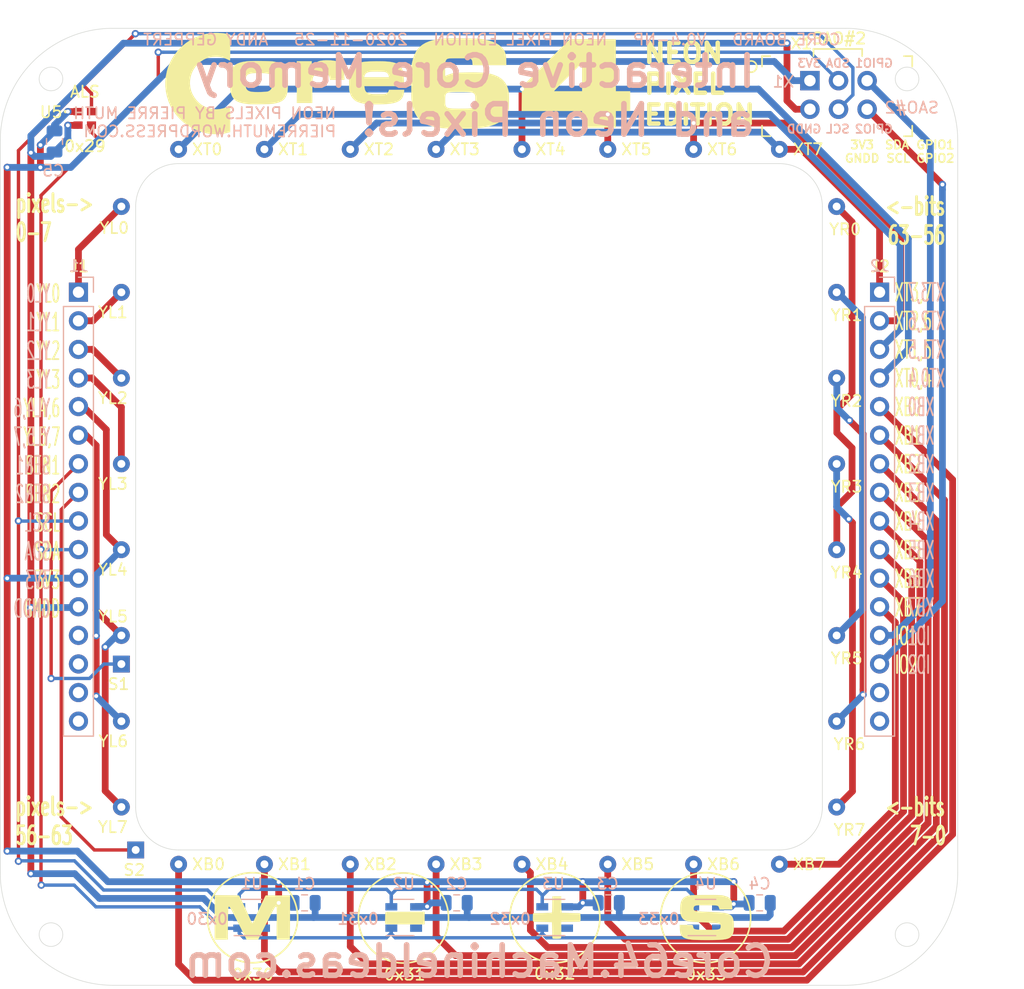
<source format=kicad_pcb>
(kicad_pcb (version 20171130) (host pcbnew "(5.1.2-1)-1")

  (general
    (thickness 1.6)
    (drawings 59)
    (tracks 366)
    (zones 0)
    (modules 17)
    (nets 41)
  )

  (page A portrait)
  (title_block
    (title "Core 64 (Cores)")
    (date 2020-03-16)
    (rev 0.3)
    (company "Andy Geppert")
  )

  (layers
    (0 F.Cu signal)
    (31 B.Cu signal)
    (32 B.Adhes user hide)
    (33 F.Adhes user hide)
    (34 B.Paste user hide)
    (35 F.Paste user hide)
    (36 B.SilkS user)
    (37 F.SilkS user)
    (38 B.Mask user)
    (39 F.Mask user)
    (40 Dwgs.User user hide)
    (41 Cmts.User user hide)
    (42 Eco1.User user hide)
    (43 Eco2.User user hide)
    (44 Edge.Cuts user)
    (45 Margin user hide)
    (46 B.CrtYd user hide)
    (47 F.CrtYd user hide)
    (48 B.Fab user hide)
    (49 F.Fab user hide)
  )

  (setup
    (last_trace_width 0.6)
    (trace_clearance 0.127)
    (zone_clearance 0.508)
    (zone_45_only no)
    (trace_min 0.2)
    (via_size 0.65)
    (via_drill 0.35)
    (via_min_size 0.3)
    (via_min_drill 0.3)
    (uvia_size 0.3)
    (uvia_drill 0.1)
    (uvias_allowed no)
    (uvia_min_size 0.2)
    (uvia_min_drill 0.1)
    (edge_width 0.05)
    (segment_width 0.2)
    (pcb_text_width 0.3)
    (pcb_text_size 1.5 1.5)
    (mod_edge_width 0.16)
    (mod_text_size 1 1)
    (mod_text_width 0.16)
    (pad_size 1.524 1.524)
    (pad_drill 0.762)
    (pad_to_mask_clearance 0.051)
    (solder_mask_min_width 0.25)
    (aux_axis_origin 0 0)
    (grid_origin 94.615 196.85)
    (visible_elements FFFFEFFF)
    (pcbplotparams
      (layerselection 0x010f0_ffffffff)
      (usegerberextensions true)
      (usegerberattributes false)
      (usegerberadvancedattributes false)
      (creategerberjobfile false)
      (excludeedgelayer true)
      (linewidth 0.100000)
      (plotframeref false)
      (viasonmask false)
      (mode 1)
      (useauxorigin false)
      (hpglpennumber 1)
      (hpglpenspeed 20)
      (hpglpendiameter 15.000000)
      (psnegative false)
      (psa4output false)
      (plotreference true)
      (plotvalue false)
      (plotinvisibletext false)
      (padsonsilk false)
      (subtractmaskfromsilk false)
      (outputformat 1)
      (mirror false)
      (drillshape 0)
      (scaleselection 1)
      (outputdirectory "Core64 CB v0.4-NP Gerbers (2020-11-25)/"))
  )

  (net 0 "")
  (net 1 XB7)
  (net 2 XB4)
  (net 3 XB6)
  (net 4 XB5)
  (net 5 XB0)
  (net 6 XB1)
  (net 7 XB2)
  (net 8 XB3)
  (net 9 XT3-7)
  (net 10 XT2-6)
  (net 11 XT1-5)
  (net 12 XT0-4)
  (net 13 YL5)
  (net 14 YL4)
  (net 15 YL3)
  (net 16 YL2)
  (net 17 YL1)
  (net 18 YL0)
  (net 19 SENSE1)
  (net 20 SENSE2)
  (net 21 GNDD)
  (net 22 "Net-(CM1-Pad10)")
  (net 23 "Net-(CM1-Pad13)")
  (net 24 "Net-(CM1-Pad12)")
  (net 25 "Net-(CM1-Pad11)")
  (net 26 3V3_800mA)
  (net 27 I2C_DATA)
  (net 28 I2C_CLOCK)
  (net 29 "Net-(U1-Pad5)")
  (net 30 "Net-(U2-Pad5)")
  (net 31 "Net-(U3-Pad5)")
  (net 32 "Net-(U4-Pad5)")
  (net 33 "Net-(J1-Pad15)")
  (net 34 "Net-(J1-Pad13)")
  (net 35 "Net-(J1-Pad16)")
  (net 36 "Net-(J1-Pad14)")
  (net 37 "Net-(J2-Pad15)")
  (net 38 SAO_GPIO1)
  (net 39 "Net-(J2-Pad16)")
  (net 40 SAO_GPIO2)

  (net_class Default "This is the default net class."
    (clearance 0.127)
    (trace_width 0.6)
    (via_dia 0.65)
    (via_drill 0.35)
    (uvia_dia 0.3)
    (uvia_drill 0.1)
    (add_net "Net-(J1-Pad13)")
    (add_net "Net-(J1-Pad14)")
    (add_net "Net-(J1-Pad15)")
    (add_net "Net-(J1-Pad16)")
    (add_net "Net-(J2-Pad15)")
    (add_net "Net-(J2-Pad16)")
    (add_net "Net-(U1-Pad5)")
    (add_net "Net-(U2-Pad5)")
    (add_net "Net-(U3-Pad5)")
    (add_net "Net-(U4-Pad5)")
    (add_net SAO_GPIO1)
    (add_net SAO_GPIO2)
  )

  (net_class "Core Current" ""
    (clearance 0.127)
    (trace_width 0.6)
    (via_dia 0.65)
    (via_drill 0.35)
    (uvia_dia 0.3)
    (uvia_drill 0.1)
    (add_net 3V3_800mA)
    (add_net GNDD)
    (add_net "Net-(CM1-Pad10)")
    (add_net "Net-(CM1-Pad11)")
    (add_net "Net-(CM1-Pad12)")
    (add_net "Net-(CM1-Pad13)")
    (add_net XB0)
    (add_net XB1)
    (add_net XB2)
    (add_net XB3)
    (add_net XB4)
    (add_net XB5)
    (add_net XB6)
    (add_net XB7)
    (add_net XT0-4)
    (add_net XT1-5)
    (add_net XT2-6)
    (add_net XT3-7)
    (add_net YL0)
    (add_net YL1)
    (add_net YL2)
    (add_net YL3)
    (add_net YL4)
    (add_net YL5)
  )

  (net_class Signal ""
    (clearance 0.127)
    (trace_width 0.3)
    (via_dia 0.65)
    (via_drill 0.35)
    (uvia_dia 0.3)
    (uvia_drill 0.1)
    (add_net I2C_CLOCK)
    (add_net I2C_DATA)
    (add_net SENSE1)
    (add_net SENSE2)
  )

  (module "" (layer F.Cu) (tedit 0) (tstamp 0)
    (at 16.315 -8.15)
    (fp_text reference "" (at 31.855 -36.6) (layer F.SilkS)
      (effects (font (size 1.27 1.27) (thickness 0.15)))
    )
    (fp_text value "" (at 31.855 -36.6) (layer F.SilkS)
      (effects (font (size 1.27 1.27) (thickness 0.15)))
    )
    (fp_text user GPIO1 (at 24.2 -24) (layer F.SilkS)
      (effects (font (size 0.75 0.75) (thickness 0.15)))
    )
    (fp_text user GPIO2 (at 24.2 -22.8) (layer F.SilkS)
      (effects (font (size 0.75 0.75) (thickness 0.15)))
    )
    (fp_text user SCL (at 20.9 -22.8) (layer F.SilkS)
      (effects (font (size 0.75 0.75) (thickness 0.15)))
    )
    (fp_text user GNDD (at 17.7 -22.8) (layer F.SilkS)
      (effects (font (size 0.75 0.75) (thickness 0.15)))
    )
    (fp_text user 3V3 (at 17.7 -24) (layer F.SilkS)
      (effects (font (size 0.75 0.75) (thickness 0.15)))
    )
    (fp_text user SDA (at 20.8 -24) (layer F.SilkS)
      (effects (font (size 0.75 0.75) (thickness 0.15)))
    )
  )

  (module badgelife_sao_v169bis:Badgelife-SAOv169-BADGE-2x3 (layer F.Cu) (tedit 5FBED85F) (tstamp 5FBB4828)
    (at 31.855 -36.6)
    (descr "Through hole straight IDC box header, 2x03, 2.54mm pitch, double rows")
    (tags "Through hole IDC box header THT 2x03 2.54mm double row")
    (path /5FC1B970)
    (fp_text reference X1 (at -3.24 -4.55) (layer F.SilkS)
      (effects (font (size 1 1) (thickness 0.15)))
    )
    (fp_text value SAO_conn_SFH11-NBPC-D03-ST-BK (at 0 -8.509) (layer F.Fab)
      (effects (font (size 1 1) (thickness 0.15)))
    )
    (fp_line (start 6.604 3.683) (end 6.604 2.754) (layer F.SilkS) (width 0.15))
    (fp_line (start 6.604 -2.5) (end 6.604 -3.429) (layer F.SilkS) (width 0.15))
    (fp_line (start 6.604 -3.429) (end 5.873 -3.429) (layer F.SilkS) (width 0.15))
    (fp_line (start 6.604 3.683) (end 5.873 3.683) (layer F.SilkS) (width 0.15))
    (fp_line (start -6.731 3.683) (end -6.731 2.754) (layer F.SilkS) (width 0.15))
    (fp_line (start -6.731 -3.429) (end -6 -3.429) (layer F.SilkS) (width 0.15))
    (fp_text user SAO#2 (at 0.1 -5) (layer F.SilkS)
      (effects (font (size 1 1) (thickness 0.15)))
    )
    (fp_text user GPIO1 (at 3.2 -2.794) (layer B.SilkS)
      (effects (font (size 0.75 0.75) (thickness 0.15)) (justify mirror))
    )
    (fp_text user GPIO2 (at 3.2 3.048) (layer B.SilkS)
      (effects (font (size 0.75 0.75) (thickness 0.15)) (justify mirror))
    )
    (fp_text user SCL (at 0 3.048) (layer B.SilkS)
      (effects (font (size 0.75 0.75) (thickness 0.15)) (justify mirror))
    )
    (fp_text user SDA (at 0 -2.794) (layer B.SilkS)
      (effects (font (size 0.75 0.75) (thickness 0.15)) (justify mirror))
    )
    (fp_text user GNDD (at -3 3.048) (layer B.SilkS)
      (effects (font (size 0.75 0.75) (thickness 0.15)) (justify mirror))
    )
    (fp_text user 3V3 (at -2.54 -2.794) (layer B.SilkS)
      (effects (font (size 0.75 0.75) (thickness 0.15)) (justify mirror))
    )
    (fp_circle (center -7.7 -2.5) (end -7.2 -2.5) (layer F.SilkS) (width 0.15))
    (fp_line (start -2.16 -3.43) (end -2.159 -4.064) (layer F.SilkS) (width 0.15))
    (fp_line (start 2.159 -4.064) (end 2.159 -3.43) (layer F.SilkS) (width 0.15))
    (fp_line (start -2.159 -4.064) (end 2.159 -4.064) (layer F.SilkS) (width 0.15))
    (fp_line (start -6.731 -2.5) (end -6.731 -3.429) (layer F.SilkS) (width 0.15))
    (fp_line (start -6 3.683) (end -6.731 3.683) (layer F.SilkS) (width 0.15))
    (fp_text user %R (at 0.06 0.02 270) (layer F.Fab)
      (effects (font (size 1 1) (thickness 0.15)))
    )
    (fp_text user SAO#2 (at 0.1 -5) (layer F.SilkS)
      (effects (font (size 1 1) (thickness 0.15)))
    )
    (pad 2 thru_hole circle (at -2.48 1.29 270) (size 1.7272 1.7272) (drill 1.016) (layers *.Cu *.Mask)
      (net 21 GNDD))
    (pad 1 thru_hole rect (at -2.48 -1.25 270) (size 1.7272 1.7272) (drill 1.016) (layers *.Cu *.Mask)
      (net 26 3V3_800mA))
    (pad 4 thru_hole oval (at 0.06 1.29 270) (size 1.7272 1.7272) (drill 1.016) (layers *.Cu *.Mask)
      (net 28 I2C_CLOCK))
    (pad 3 thru_hole oval (at 0.06 -1.25 270) (size 1.7272 1.7272) (drill 1.016) (layers *.Cu *.Mask)
      (net 27 I2C_DATA))
    (pad 6 thru_hole circle (at 2.6 1.29 270) (size 1.7272 1.7272) (drill 1.016) (layers *.Cu *.Mask)
      (net 40 SAO_GPIO2))
    (pad 5 thru_hole circle (at 2.6 -1.25 270) (size 1.7272 1.7272) (drill 1.016) (layers *.Cu *.Mask)
      (net 38 SAO_GPIO1))
  )

  (module Connector_PinHeader_2.54mm:PinHeader_1x16_P2.54mm_Vertical (layer B.Cu) (tedit 59FED5CC) (tstamp 5FBC53E9)
    (at 35.56 -19.06 180)
    (descr "Through hole straight pin header, 1x16, 2.54mm pitch, single row")
    (tags "Through hole pin header THT 1x16 2.54mm single row")
    (path /5E723F12)
    (fp_text reference J2 (at 0 2.33) (layer B.SilkS)
      (effects (font (size 1 1) (thickness 0.15)) (justify mirror))
    )
    (fp_text value TSM-116-03-T-SV‎ (at 0 -40.43) (layer B.Fab)
      (effects (font (size 1 1) (thickness 0.15)) (justify mirror))
    )
    (fp_text user %R (at 0 -19.05 270) (layer B.Fab)
      (effects (font (size 1 1) (thickness 0.15)) (justify mirror))
    )
    (fp_line (start 1.8 1.8) (end -1.8 1.8) (layer B.CrtYd) (width 0.05))
    (fp_line (start 1.8 -39.9) (end 1.8 1.8) (layer B.CrtYd) (width 0.05))
    (fp_line (start -1.8 -39.9) (end 1.8 -39.9) (layer B.CrtYd) (width 0.05))
    (fp_line (start -1.8 1.8) (end -1.8 -39.9) (layer B.CrtYd) (width 0.05))
    (fp_line (start -1.33 1.33) (end 0 1.33) (layer B.SilkS) (width 0.12))
    (fp_line (start -1.33 0) (end -1.33 1.33) (layer B.SilkS) (width 0.12))
    (fp_line (start -1.33 -1.27) (end 1.33 -1.27) (layer B.SilkS) (width 0.12))
    (fp_line (start 1.33 -1.27) (end 1.33 -39.43) (layer B.SilkS) (width 0.12))
    (fp_line (start -1.33 -1.27) (end -1.33 -39.43) (layer B.SilkS) (width 0.12))
    (fp_line (start -1.33 -39.43) (end 1.33 -39.43) (layer B.SilkS) (width 0.12))
    (fp_line (start -1.27 0.635) (end -0.635 1.27) (layer B.Fab) (width 0.1))
    (fp_line (start -1.27 -39.37) (end -1.27 0.635) (layer B.Fab) (width 0.1))
    (fp_line (start 1.27 -39.37) (end -1.27 -39.37) (layer B.Fab) (width 0.1))
    (fp_line (start 1.27 1.27) (end 1.27 -39.37) (layer B.Fab) (width 0.1))
    (fp_line (start -0.635 1.27) (end 1.27 1.27) (layer B.Fab) (width 0.1))
    (pad 16 thru_hole oval (at 0 -38.1 180) (size 1.7 1.7) (drill 1) (layers *.Cu *.Mask)
      (net 39 "Net-(J2-Pad16)"))
    (pad 15 thru_hole oval (at 0 -35.56 180) (size 1.7 1.7) (drill 1) (layers *.Cu *.Mask)
      (net 37 "Net-(J2-Pad15)"))
    (pad 14 thru_hole oval (at 0 -33.02 180) (size 1.7 1.7) (drill 1) (layers *.Cu *.Mask)
      (net 40 SAO_GPIO2))
    (pad 13 thru_hole oval (at 0 -30.48 180) (size 1.7 1.7) (drill 1) (layers *.Cu *.Mask)
      (net 38 SAO_GPIO1))
    (pad 12 thru_hole oval (at 0 -27.94 180) (size 1.7 1.7) (drill 1) (layers *.Cu *.Mask)
      (net 1 XB7))
    (pad 11 thru_hole oval (at 0 -25.4 180) (size 1.7 1.7) (drill 1) (layers *.Cu *.Mask)
      (net 3 XB6))
    (pad 10 thru_hole oval (at 0 -22.86 180) (size 1.7 1.7) (drill 1) (layers *.Cu *.Mask)
      (net 4 XB5))
    (pad 9 thru_hole oval (at 0 -20.32 180) (size 1.7 1.7) (drill 1) (layers *.Cu *.Mask)
      (net 2 XB4))
    (pad 8 thru_hole oval (at 0 -17.78 180) (size 1.7 1.7) (drill 1) (layers *.Cu *.Mask)
      (net 8 XB3))
    (pad 7 thru_hole oval (at 0 -15.24 180) (size 1.7 1.7) (drill 1) (layers *.Cu *.Mask)
      (net 7 XB2))
    (pad 6 thru_hole oval (at 0 -12.7 180) (size 1.7 1.7) (drill 1) (layers *.Cu *.Mask)
      (net 6 XB1))
    (pad 5 thru_hole oval (at 0 -10.16 180) (size 1.7 1.7) (drill 1) (layers *.Cu *.Mask)
      (net 5 XB0))
    (pad 4 thru_hole oval (at 0 -7.62 180) (size 1.7 1.7) (drill 1) (layers *.Cu *.Mask)
      (net 12 XT0-4))
    (pad 3 thru_hole oval (at 0 -5.08 180) (size 1.7 1.7) (drill 1) (layers *.Cu *.Mask)
      (net 11 XT1-5))
    (pad 2 thru_hole oval (at 0 -2.54 180) (size 1.7 1.7) (drill 1) (layers *.Cu *.Mask)
      (net 10 XT2-6))
    (pad 1 thru_hole rect (at 0 0 180) (size 1.7 1.7) (drill 1) (layers *.Cu *.Mask)
      (net 9 XT3-7))
    (model ${KISYS3DMOD}/Connector_PinHeader_2.54mm.3dshapes/PinHeader_1x16_P2.54mm_Vertical.wrl
      (at (xyz 0 0 0))
      (scale (xyz 1 1 1))
      (rotate (xyz 0 0 0))
    )
  )

  (module Connector_PinHeader_2.54mm:PinHeader_1x16_P2.54mm_Vertical (layer B.Cu) (tedit 59FED5CC) (tstamp 5E8EF286)
    (at -35.56 -19.06 180)
    (descr "Through hole straight pin header, 1x16, 2.54mm pitch, single row")
    (tags "Through hole pin header THT 1x16 2.54mm single row")
    (path /5E72894A)
    (fp_text reference J1 (at 0 2.33) (layer B.SilkS)
      (effects (font (size 1 1) (thickness 0.15)) (justify mirror))
    )
    (fp_text value TSM-116-03-T-SV‎ (at 0 -40.43) (layer B.Fab)
      (effects (font (size 1 1) (thickness 0.15)) (justify mirror))
    )
    (fp_text user %R (at 0 -19.05 270) (layer B.Fab)
      (effects (font (size 1 1) (thickness 0.15)) (justify mirror))
    )
    (fp_line (start 1.8 1.8) (end -1.8 1.8) (layer B.CrtYd) (width 0.05))
    (fp_line (start 1.8 -39.9) (end 1.8 1.8) (layer B.CrtYd) (width 0.05))
    (fp_line (start -1.8 -39.9) (end 1.8 -39.9) (layer B.CrtYd) (width 0.05))
    (fp_line (start -1.8 1.8) (end -1.8 -39.9) (layer B.CrtYd) (width 0.05))
    (fp_line (start -1.33 1.33) (end 0 1.33) (layer B.SilkS) (width 0.12))
    (fp_line (start -1.33 0) (end -1.33 1.33) (layer B.SilkS) (width 0.12))
    (fp_line (start -1.33 -1.27) (end 1.33 -1.27) (layer B.SilkS) (width 0.12))
    (fp_line (start 1.33 -1.27) (end 1.33 -39.43) (layer B.SilkS) (width 0.12))
    (fp_line (start -1.33 -1.27) (end -1.33 -39.43) (layer B.SilkS) (width 0.12))
    (fp_line (start -1.33 -39.43) (end 1.33 -39.43) (layer B.SilkS) (width 0.12))
    (fp_line (start -1.27 0.635) (end -0.635 1.27) (layer B.Fab) (width 0.1))
    (fp_line (start -1.27 -39.37) (end -1.27 0.635) (layer B.Fab) (width 0.1))
    (fp_line (start 1.27 -39.37) (end -1.27 -39.37) (layer B.Fab) (width 0.1))
    (fp_line (start 1.27 1.27) (end 1.27 -39.37) (layer B.Fab) (width 0.1))
    (fp_line (start -0.635 1.27) (end 1.27 1.27) (layer B.Fab) (width 0.1))
    (pad 16 thru_hole oval (at 0 -38.1 180) (size 1.7 1.7) (drill 1) (layers *.Cu *.Mask)
      (net 35 "Net-(J1-Pad16)"))
    (pad 15 thru_hole oval (at 0 -35.56 180) (size 1.7 1.7) (drill 1) (layers *.Cu *.Mask)
      (net 33 "Net-(J1-Pad15)"))
    (pad 14 thru_hole oval (at 0 -33.02 180) (size 1.7 1.7) (drill 1) (layers *.Cu *.Mask)
      (net 36 "Net-(J1-Pad14)"))
    (pad 13 thru_hole oval (at 0 -30.48 180) (size 1.7 1.7) (drill 1) (layers *.Cu *.Mask)
      (net 34 "Net-(J1-Pad13)"))
    (pad 12 thru_hole oval (at 0 -27.94 180) (size 1.7 1.7) (drill 1) (layers *.Cu *.Mask)
      (net 21 GNDD))
    (pad 11 thru_hole oval (at 0 -25.4 180) (size 1.7 1.7) (drill 1) (layers *.Cu *.Mask)
      (net 26 3V3_800mA))
    (pad 10 thru_hole oval (at 0 -22.86 180) (size 1.7 1.7) (drill 1) (layers *.Cu *.Mask)
      (net 27 I2C_DATA))
    (pad 9 thru_hole oval (at 0 -20.32 180) (size 1.7 1.7) (drill 1) (layers *.Cu *.Mask)
      (net 28 I2C_CLOCK))
    (pad 8 thru_hole oval (at 0 -17.78 180) (size 1.7 1.7) (drill 1) (layers *.Cu *.Mask)
      (net 20 SENSE2))
    (pad 7 thru_hole oval (at 0 -15.24 180) (size 1.7 1.7) (drill 1) (layers *.Cu *.Mask)
      (net 19 SENSE1))
    (pad 6 thru_hole oval (at 0 -12.7 180) (size 1.7 1.7) (drill 1) (layers *.Cu *.Mask)
      (net 13 YL5))
    (pad 5 thru_hole oval (at 0 -10.16 180) (size 1.7 1.7) (drill 1) (layers *.Cu *.Mask)
      (net 14 YL4))
    (pad 4 thru_hole oval (at 0 -7.62 180) (size 1.7 1.7) (drill 1) (layers *.Cu *.Mask)
      (net 15 YL3))
    (pad 3 thru_hole oval (at 0 -5.08 180) (size 1.7 1.7) (drill 1) (layers *.Cu *.Mask)
      (net 16 YL2))
    (pad 2 thru_hole oval (at 0 -2.54 180) (size 1.7 1.7) (drill 1) (layers *.Cu *.Mask)
      (net 17 YL1))
    (pad 1 thru_hole rect (at 0 0 180) (size 1.7 1.7) (drill 1) (layers *.Cu *.Mask)
      (net 18 YL0))
    (model ${KISYS3DMOD}/Connector_PinHeader_2.54mm.3dshapes/PinHeader_1x16_P2.54mm_Vertical.wrl
      (at (xyz 0 0 0))
      (scale (xyz 1 1 1))
      (rotate (xyz 0 0 0))
    )
  )

  (module Core_Memory_8x8_Array:core_64_0.3in_spacing_front_facing (layer F.Cu) (tedit 5FBBB518) (tstamp 5FBB35A7)
    (at 0 0)
    (descr "Core Memory 8x8 Array by Andy Geppert")
    (tags "Core Memory 8x8 Array")
    (path /5FC0CBB5)
    (fp_text reference CM1 (at 29.718 -29.718) (layer F.Fab)
      (effects (font (size 1 1) (thickness 0.15)))
    )
    (fp_text value Core_Memory_8x8_Array_Front_Facing (at -0.25 32.75) (layer F.Fab)
      (effects (font (size 1 1) (thickness 0.15)))
    )
    (fp_line (start -30.48 36.5) (end 30.48 36.5) (layer Dwgs.User) (width 0.12))
    (fp_circle (center -11.43 -19.05) (end -7.93 -19.05) (layer Dwgs.User) (width 0.12))
    (fp_circle (center -19.05 -11.43) (end -15.55 -11.43) (layer Dwgs.User) (width 0.12))
    (fp_circle (center -19.05 -19.05) (end -15.55 -19.05) (layer Dwgs.User) (width 0.12))
    (fp_circle (center 26.67 26.67) (end 30.17 26.67) (layer Dwgs.User) (width 0.12))
    (fp_line (start -31.75 -26.67) (end 31.75 -26.67) (layer Dwgs.User) (width 0.12))
    (fp_line (start 31.75 26.67) (end -31.75 26.67) (layer Dwgs.User) (width 0.12))
    (fp_line (start 26.67 -31.75) (end 26.67 31.75) (layer Dwgs.User) (width 0.12))
    (fp_arc (start 26.67 26.67) (end 26.67 30.48) (angle -90) (layer Dwgs.User) (width 0.12))
    (fp_arc (start 26.67 -26.67) (end 30.48 -26.67) (angle -90) (layer Dwgs.User) (width 0.12))
    (fp_arc (start -26.67 26.67) (end -30.48 26.67) (angle -90) (layer Dwgs.User) (width 0.12))
    (fp_line (start -26.67 31.75) (end -26.67 -31.75) (layer Dwgs.User) (width 0.12))
    (fp_circle (center -19.05 26.67) (end -15.55 26.67) (layer Dwgs.User) (width 0.12))
    (fp_line (start -30.48 30.48) (end 26.67 -26.67) (layer Dwgs.User) (width 0.12))
    (fp_line (start -31.75 13.97) (end -19.05 26.67) (layer Dwgs.User) (width 0.12))
    (fp_circle (center 22.86 22.86) (end 23.91 22.86) (layer Dwgs.User) (width 0.12))
    (fp_circle (center 22.86 -22.86) (end 23.91 -22.86) (layer Dwgs.User) (width 0.12))
    (fp_circle (center -22.86 22.86) (end -21.81 22.86) (layer Dwgs.User) (width 0.12))
    (fp_circle (center -26.67 26.67) (end -23.17 26.67) (layer Dwgs.User) (width 0.12))
    (fp_circle (center -26.67 19.05) (end -23.17 19.05) (layer Dwgs.User) (width 0.12))
    (fp_circle (center -26.67 11.43) (end -23.17 11.43) (layer Dwgs.User) (width 0.12))
    (fp_circle (center -26.67 3.81) (end -23.17 3.81) (layer Dwgs.User) (width 0.12))
    (fp_circle (center -26.67 -3.81) (end -23.17 -3.81) (layer Dwgs.User) (width 0.12))
    (fp_circle (center -26.67 -11.43) (end -23.17 -11.43) (layer Dwgs.User) (width 0.12))
    (fp_circle (center -26.67 -19.05) (end -23.17 -19.05) (layer Dwgs.User) (width 0.12))
    (fp_circle (center 26.67 -26.67) (end 30.17 -26.67) (layer Dwgs.User) (width 0.12))
    (fp_circle (center 19.05 -26.67) (end 22.55 -26.67) (layer Dwgs.User) (width 0.12))
    (fp_circle (center 11.43 -26.67) (end 14.93 -26.67) (layer Dwgs.User) (width 0.12))
    (fp_circle (center 3.81 -26.67) (end 7.31 -26.67) (layer Dwgs.User) (width 0.12))
    (fp_circle (center -3.81 -26.67) (end -0.31 -26.67) (layer Dwgs.User) (width 0.12))
    (fp_arc (start -26.67 -26.67) (end -26.67 -30.48) (angle -90) (layer Dwgs.User) (width 0.12))
    (fp_circle (center 20.1 36.5) (end 19.1 36.5) (layer Dwgs.User) (width 0.12))
    (fp_circle (center -20.1 36.5) (end -21.1 36.5) (layer Dwgs.User) (width 0.12))
    (fp_circle (center -6.7 36.5) (end -7.7 36.5) (layer Dwgs.User) (width 0.12))
    (fp_circle (center 6.7 36.5) (end 5.7 36.5) (layer Dwgs.User) (width 0.12))
    (fp_text user YL7 (at -32.512 28.448) (layer F.SilkS)
      (effects (font (size 1 1) (thickness 0.15)))
    )
    (fp_text user YL6 (at -32.4612 20.828) (layer F.SilkS)
      (effects (font (size 1 1) (thickness 0.15)))
    )
    (fp_text user YL0 (at -32.385 -24.765) (layer F.SilkS)
      (effects (font (size 1 1) (thickness 0.15)))
    )
    (fp_text user YL4 (at -32.512 5.588) (layer F.SilkS)
      (effects (font (size 1 1) (thickness 0.15)))
    )
    (fp_text user YL2 (at -32.504 -9.652) (layer F.SilkS)
      (effects (font (size 1 1) (thickness 0.15)))
    )
    (fp_text user YL1 (at -32.504 -17.272) (layer F.SilkS)
      (effects (font (size 1 1) (thickness 0.15)))
    )
    (fp_text user YL3 (at -32.504 -2.032) (layer F.SilkS)
      (effects (font (size 1 1) (thickness 0.15)))
    )
    (fp_text user YL5 (at -32.4866 9.75) (layer F.SilkS)
      (effects (font (size 1 1) (thickness 0.15)))
    )
    (fp_text user XB0 (at -24.003 31.75) (layer F.SilkS)
      (effects (font (size 1 1) (thickness 0.15)))
    )
    (fp_text user XB6 (at 21.717 31.75) (layer F.SilkS)
      (effects (font (size 1 1) (thickness 0.15)))
    )
    (fp_text user XB5 (at 14.097 31.75) (layer F.SilkS)
      (effects (font (size 1 1) (thickness 0.15)))
    )
    (fp_text user XB7 (at 29.337 31.75) (layer F.SilkS)
      (effects (font (size 1 1) (thickness 0.15)))
    )
    (fp_text user XB3 (at -1.143 31.75) (layer F.SilkS)
      (effects (font (size 1 1) (thickness 0.15)))
    )
    (fp_text user XB4 (at 6.477 31.75) (layer F.SilkS)
      (effects (font (size 1 1) (thickness 0.15)))
    )
    (fp_text user XB1 (at -16.383 31.75) (layer F.SilkS)
      (effects (font (size 1 1) (thickness 0.15)))
    )
    (fp_text user XB2 (at -8.763 31.75) (layer F.SilkS)
      (effects (font (size 1 1) (thickness 0.15)))
    )
    (fp_text user XT0 (at -24.13 -31.75) (layer F.SilkS)
      (effects (font (size 1 1) (thickness 0.15)))
    )
    (fp_text user XT1 (at -16.51 -31.75) (layer F.SilkS)
      (effects (font (size 1 1) (thickness 0.15)))
    )
    (fp_text user XT2 (at -8.89 -31.75) (layer F.SilkS)
      (effects (font (size 1 1) (thickness 0.15)))
    )
    (fp_text user XT3 (at -1.27 -31.75) (layer F.SilkS)
      (effects (font (size 1 1) (thickness 0.15)))
    )
    (fp_text user XT4 (at 6.35 -31.75) (layer F.SilkS)
      (effects (font (size 1 1) (thickness 0.15)))
    )
    (fp_text user XT5 (at 13.97 -31.75) (layer F.SilkS)
      (effects (font (size 1 1) (thickness 0.15)))
    )
    (fp_text user XT6 (at 21.59 -31.75) (layer F.SilkS)
      (effects (font (size 1 1) (thickness 0.15)))
    )
    (fp_text user XT7 (at 29.21 -31.75) (layer F.SilkS)
      (effects (font (size 1 1) (thickness 0.15)))
    )
    (fp_text user YR0 (at 32.5 -24.638) (layer F.SilkS)
      (effects (font (size 1 1) (thickness 0.15)))
    )
    (fp_text user YR1 (at 32.639 -17.018) (layer F.SilkS)
      (effects (font (size 1 1) (thickness 0.15)))
    )
    (fp_text user YR2 (at 32.639 -9.398) (layer F.SilkS)
      (effects (font (size 1 1) (thickness 0.15)))
    )
    (fp_text user YR3 (at 32.639 -1.778) (layer F.SilkS)
      (effects (font (size 1 1) (thickness 0.15)))
    )
    (fp_text user YR4 (at 32.639 5.842) (layer F.SilkS)
      (effects (font (size 1 1) (thickness 0.15)))
    )
    (fp_text user YR5 (at 32.639 13.462) (layer F.SilkS)
      (effects (font (size 1 1) (thickness 0.15)))
    )
    (fp_text user S2 (at -30.607 32.258) (layer F.SilkS)
      (effects (font (size 1 1) (thickness 0.15)))
    )
    (fp_text user S1 (at -32 15.748) (layer F.SilkS)
      (effects (font (size 1 1) (thickness 0.15)))
    )
    (fp_text user YR6 (at 32.893 21.082) (layer F.SilkS)
      (effects (font (size 1 1) (thickness 0.15)))
    )
    (fp_text user YR7 (at 32.893 28.702) (layer F.SilkS)
      (effects (font (size 1 1) (thickness 0.15)))
    )
    (fp_circle (center -22.86 -22.86) (end -21.81 -22.86) (layer Dwgs.User) (width 0.12))
    (fp_line (start -30.48 26.67) (end -30.48 -26.67) (layer Dwgs.User) (width 0.12))
    (fp_line (start 26.67 30.48) (end -26.67 30.48) (layer Dwgs.User) (width 0.12))
    (fp_line (start 30.48 -26.67) (end 30.48 26.67) (layer Dwgs.User) (width 0.12))
    (fp_line (start -26.67 -30.48) (end 26.67 -30.48) (layer Dwgs.User) (width 0.12))
    (fp_circle (center -19.05 -26.67) (end -15.55 -26.67) (layer Dwgs.User) (width 0.12))
    (fp_circle (center -11.43 -26.67) (end -7.93 -26.67) (layer Dwgs.User) (width 0.12))
    (fp_circle (center -26.67 -26.67) (end -23.17 -26.67) (layer Dwgs.User) (width 0.12))
    (pad 34 thru_hole rect (at -30.48 30.48) (size 1.5 1.5) (drill 0.7) (layers *.Cu *.Mask)
      (net 20 SENSE2))
    (pad 33 thru_hole rect (at -31.75 13.97) (size 1.5 1.5) (drill 0.7) (layers *.Cu *.Mask)
      (net 19 SENSE1))
    (pad 10 thru_hole circle (at 31.75 -19.05 180) (size 1.5 1.5) (drill 0.7) (layers *.Cu *.Mask)
      (net 22 "Net-(CM1-Pad10)"))
    (pad 11 thru_hole circle (at 31.75 -11.43 180) (size 1.5 1.5) (drill 0.7) (layers *.Cu *.Mask)
      (net 25 "Net-(CM1-Pad11)"))
    (pad 12 thru_hole circle (at 31.75 -3.81 180) (size 1.5 1.5) (drill 0.7) (layers *.Cu *.Mask)
      (net 24 "Net-(CM1-Pad12)"))
    (pad 13 thru_hole circle (at 31.75 3.81 180) (size 1.5 1.5) (drill 0.7) (layers *.Cu *.Mask)
      (net 23 "Net-(CM1-Pad13)"))
    (pad 14 thru_hole circle (at 31.75 11.43 180) (size 1.5 1.5) (drill 0.7) (layers *.Cu *.Mask)
      (net 22 "Net-(CM1-Pad10)"))
    (pad 15 thru_hole circle (at 31.75 19.05 180) (size 1.5 1.5) (drill 0.7) (layers *.Cu *.Mask)
      (net 25 "Net-(CM1-Pad11)"))
    (pad 16 thru_hole circle (at 31.75 26.67 180) (size 1.5 1.5) (drill 0.7) (layers *.Cu *.Mask)
      (net 24 "Net-(CM1-Pad12)"))
    (pad 17 thru_hole circle (at 26.67 31.75 180) (size 1.5 1.5) (drill 0.7) (layers *.Cu *.Mask)
      (net 1 XB7))
    (pad 18 thru_hole circle (at 19.05 31.75 180) (size 1.5 1.5) (drill 0.7) (layers *.Cu *.Mask)
      (net 3 XB6))
    (pad 19 thru_hole circle (at 11.43 31.75 180) (size 1.5 1.5) (drill 0.7) (layers *.Cu *.Mask)
      (net 4 XB5))
    (pad 20 thru_hole circle (at 3.81 31.75 180) (size 1.5 1.5) (drill 0.7) (layers *.Cu *.Mask)
      (net 2 XB4))
    (pad 21 thru_hole circle (at -3.81 31.75 180) (size 1.5 1.5) (drill 0.7) (layers *.Cu *.Mask)
      (net 8 XB3))
    (pad 22 thru_hole circle (at -11.43 31.75 180) (size 1.5 1.5) (drill 0.7) (layers *.Cu *.Mask)
      (net 7 XB2))
    (pad 23 thru_hole circle (at -19.05 31.75 180) (size 1.5 1.5) (drill 0.7) (layers *.Cu *.Mask)
      (net 6 XB1))
    (pad 24 thru_hole circle (at -26.67 31.75 180) (size 1.5 1.5) (drill 0.7) (layers *.Cu *.Mask)
      (net 5 XB0))
    (pad 25 thru_hole circle (at -31.75 26.67 180) (size 1.5 1.5) (drill 0.7) (layers *.Cu *.Mask)
      (net 13 YL5))
    (pad 26 thru_hole circle (at -31.75 19.05 180) (size 1.5 1.5) (drill 0.7) (layers *.Cu *.Mask)
      (net 14 YL4))
    (pad 9 thru_hole circle (at 31.75 -26.67 180) (size 1.5 1.5) (drill 0.7) (layers *.Cu *.Mask)
      (net 23 "Net-(CM1-Pad13)"))
    (pad 8 thru_hole circle (at 26.67 -31.75 180) (size 1.5 1.5) (drill 0.7) (layers *.Cu *.Mask)
      (net 9 XT3-7))
    (pad 7 thru_hole circle (at 19.05 -31.75 180) (size 1.5 1.5) (drill 0.7) (layers *.Cu *.Mask)
      (net 10 XT2-6))
    (pad 6 thru_hole circle (at 11.43 -31.75 180) (size 1.5 1.5) (drill 0.7) (layers *.Cu *.Mask)
      (net 11 XT1-5))
    (pad 5 thru_hole circle (at 3.81 -31.75 180) (size 1.5 1.5) (drill 0.7) (layers *.Cu *.Mask)
      (net 12 XT0-4))
    (pad 4 thru_hole circle (at -3.81 -31.75 180) (size 1.5 1.5) (drill 0.7) (layers *.Cu *.Mask)
      (net 9 XT3-7))
    (pad 3 thru_hole circle (at -11.43 -31.75 180) (size 1.5 1.5) (drill 0.7) (layers *.Cu *.Mask)
      (net 10 XT2-6))
    (pad 2 thru_hole circle (at -19.05 -31.75 180) (size 1.5 1.5) (drill 0.7) (layers *.Cu *.Mask)
      (net 11 XT1-5))
    (pad 1 thru_hole circle (at -26.67 -31.75 180) (size 1.5 1.5) (drill 0.7) (layers *.Cu *.Mask)
      (net 12 XT0-4))
    (pad 32 thru_hole circle (at -31.75 -26.67 180) (size 1.5 1.5) (drill 0.7) (layers *.Cu *.Mask)
      (net 18 YL0))
    (pad 31 thru_hole circle (at -31.75 -19.05 180) (size 1.5 1.5) (drill 0.7) (layers *.Cu *.Mask)
      (net 17 YL1))
    (pad 30 thru_hole circle (at -31.75 -11.43 180) (size 1.5 1.5) (drill 0.7) (layers *.Cu *.Mask)
      (net 16 YL2))
    (pad 29 thru_hole circle (at -31.75 -3.81 180) (size 1.5 1.5) (drill 0.7) (layers *.Cu *.Mask)
      (net 15 YL3))
    (pad 28 thru_hole circle (at -31.75 3.81 180) (size 1.5 1.5) (drill 0.7) (layers *.Cu *.Mask)
      (net 14 YL4))
    (pad 27 thru_hole circle (at -31.75 11.43 180) (size 1.5 1.5) (drill 0.7) (layers *.Cu *.Mask)
      (net 13 YL5))
  )

  (module Core_Memory_8x8_Array:Core64-M_-_+_S_Buttons (layer F.Cu) (tedit 0) (tstamp 5FBB3785)
    (at -0.8382 36.58)
    (path /5FC25826)
    (fp_text reference L2 (at 46.765 1.52) (layer F.CrtYd) hide
      (effects (font (size 1.524 1.524) (thickness 0.3)))
    )
    (fp_text value Core_64_M-+S_Buttons_4mm (at 62.005 4.695) (layer F.Fab) hide
      (effects (font (size 1.524 1.524) (thickness 0.3)))
    )
    (fp_poly (pts (xy -3.991792 0.508509) (xy -5.676226 0.505046) (xy -5.965674 0.50429) (xy -6.241101 0.503259)
      (xy -6.498133 0.501989) (xy -6.732399 0.500516) (xy -6.939524 0.498877) (xy -7.115134 0.497108)
      (xy -7.254857 0.495246) (xy -7.354319 0.493326) (xy -7.409146 0.491386) (xy -7.417826 0.490571)
      (xy -7.447929 0.480085) (xy -7.470339 0.457621) (xy -7.485906 0.416881) (xy -7.495478 0.35157)
      (xy -7.499904 0.255392) (xy -7.500034 0.122049) (xy -7.496717 -0.054755) (xy -7.495901 -0.088393)
      (xy -7.489971 -0.270893) (xy -7.482193 -0.406695) (xy -7.472184 -0.499932) (xy -7.459565 -0.554737)
      (xy -7.451487 -0.569858) (xy -7.440884 -0.577856) (xy -7.420943 -0.584736) (xy -7.388093 -0.59058)
      (xy -7.338762 -0.59547) (xy -7.269379 -0.59949) (xy -7.176371 -0.602721) (xy -7.056167 -0.605247)
      (xy -6.905196 -0.607149) (xy -6.719886 -0.608511) (xy -6.496664 -0.609414) (xy -6.231961 -0.609941)
      (xy -5.922203 -0.610176) (xy -5.704895 -0.61021) (xy -3.991792 -0.61021) (xy -3.991792 0.508509)) (layer F.SilkS) (width 0.01))
    (fp_poly (pts (xy 8.147761 -1.252202) (xy 8.152666 -1.065063) (xy 8.157377 -0.89532) (xy 8.161698 -0.749371)
      (xy 8.165428 -0.633613) (xy 8.168369 -0.554446) (xy 8.170323 -0.518267) (xy 8.170608 -0.516703)
      (xy 8.19608 -0.515075) (xy 8.266391 -0.512549) (xy 8.375541 -0.509288) (xy 8.517529 -0.505458)
      (xy 8.686357 -0.501223) (xy 8.876022 -0.496748) (xy 9.003736 -0.493874) (xy 9.832637 -0.475562)
      (xy 9.849509 -0.214591) (xy 9.857501 -0.038047) (xy 9.85506 0.093373) (xy 9.841486 0.184458)
      (xy 9.81608 0.239995) (xy 9.779536 0.264412) (xy 9.741317 0.268029) (xy 9.658905 0.271342)
      (xy 9.538955 0.274232) (xy 9.388123 0.276583) (xy 9.213068 0.278279) (xy 9.020444 0.279201)
      (xy 8.930681 0.279333) (xy 8.136136 0.27968) (xy 8.136136 1.001191) (xy 8.135569 1.226192)
      (xy 8.133747 1.404667) (xy 8.130484 1.540934) (xy 8.125599 1.639306) (xy 8.118907 1.7041)
      (xy 8.110225 1.73963) (xy 8.104354 1.74841) (xy 8.060012 1.763814) (xy 7.975541 1.776031)
      (xy 7.861603 1.784362) (xy 7.728858 1.788104) (xy 7.587969 1.786557) (xy 7.54729 1.785027)
      (xy 7.442017 1.77589) (xy 7.38209 1.759096) (xy 7.363982 1.741129) (xy 7.359679 1.706924)
      (xy 7.354603 1.628845) (xy 7.349055 1.51386) (xy 7.343337 1.368934) (xy 7.337747 1.201034)
      (xy 7.332588 1.017126) (xy 7.332377 1.008844) (xy 7.314753 0.312991) (xy 6.742457 0.296335)
      (xy 6.558727 0.291301) (xy 6.375425 0.286839) (xy 6.204421 0.283198) (xy 6.057581 0.280626)
      (xy 5.946775 0.27937) (xy 5.926372 0.279291) (xy 5.817379 0.277066) (xy 5.726072 0.271415)
      (xy 5.665481 0.26333) (xy 5.650055 0.25826) (xy 5.636431 0.235592) (xy 5.627702 0.184033)
      (xy 5.623449 0.097387) (xy 5.623251 -0.030544) (xy 5.624629 -0.116376) (xy 5.631732 -0.47037)
      (xy 6.458058 -0.491143) (xy 6.658594 -0.49688) (xy 6.843062 -0.503491) (xy 7.005257 -0.510648)
      (xy 7.13897 -0.518026) (xy 7.237997 -0.525297) (xy 7.296128 -0.532136) (xy 7.308812 -0.535911)
      (xy 7.315862 -0.567231) (xy 7.3228 -0.643443) (xy 7.329344 -0.758591) (xy 7.335211 -0.906716)
      (xy 7.340119 -1.08186) (xy 7.343691 -1.271544) (xy 7.354142 -1.983183) (xy 8.129141 -1.983183)
      (xy 8.147761 -1.252202)) (layer F.SilkS) (width 0.01))
    (fp_poly (pts (xy -21.567117 -2.079163) (xy -21.338579 -2.076368) (xy -21.125113 -2.072992) (xy -20.932243 -2.069181)
      (xy -20.765491 -2.065077) (xy -20.630383 -2.060824) (xy -20.532439 -2.056566) (xy -20.477184 -2.052446)
      (xy -20.467467 -2.050569) (xy -20.449618 -2.024665) (xy -20.412892 -1.957032) (xy -20.359458 -1.85223)
      (xy -20.291486 -1.714823) (xy -20.211145 -1.549371) (xy -20.120605 -1.360437) (xy -20.022034 -1.152581)
      (xy -19.917603 -0.930365) (xy -19.80948 -0.698352) (xy -19.699836 -0.461103) (xy -19.590838 -0.223179)
      (xy -19.484658 0.010858) (xy -19.440926 0.108004) (xy -19.381483 0.240602) (xy -19.336837 0.331665)
      (xy -19.301204 0.380559) (xy -19.268799 0.386655) (xy -19.23384 0.34932) (xy -19.190542 0.267923)
      (xy -19.133121 0.141832) (xy -19.101397 0.070931) (xy -19.030879 -0.085188) (xy -18.950259 -0.262142)
      (xy -18.86212 -0.454395) (xy -18.769044 -0.656412) (xy -18.673614 -0.862654) (xy -18.578414 -1.067588)
      (xy -18.486025 -1.265675) (xy -18.399031 -1.45138) (xy -18.320014 -1.619167) (xy -18.251557 -1.763499)
      (xy -18.196242 -1.87884) (xy -18.156654 -1.959654) (xy -18.135373 -2.000405) (xy -18.134229 -2.002252)
      (xy -18.097054 -2.059459) (xy -15.941742 -2.059459) (xy -15.941742 -0.141919) (xy -15.941942 0.166564)
      (xy -15.942522 0.460735) (xy -15.943449 0.736564) (xy -15.944692 0.990022) (xy -15.94622 1.217078)
      (xy -15.947999 1.413703) (xy -15.949999 1.575866) (xy -15.952188 1.699537) (xy -15.954535 1.780687)
      (xy -15.957006 1.815285) (xy -15.957175 1.815839) (xy -15.967718 1.829061) (xy -15.991975 1.83908)
      (xy -16.036119 1.846321) (xy -16.106319 1.851213) (xy -16.208749 1.854181) (xy -16.349578 1.855653)
      (xy -16.53498 1.856056) (xy -17.104399 1.856056) (xy -17.120693 1.737181) (xy -17.123526 1.689042)
      (xy -17.125557 1.595347) (xy -17.126789 1.461386) (xy -17.127225 1.292449) (xy -17.126865 1.093824)
      (xy -17.125714 0.8708) (xy -17.123773 0.628668) (xy -17.121045 0.372715) (xy -17.120035 0.290951)
      (xy -17.116321 -0.002514) (xy -17.113377 -0.249246) (xy -17.11131 -0.453356) (xy -17.110223 -0.618959)
      (xy -17.110223 -0.750168) (xy -17.111415 -0.851094) (xy -17.113905 -0.925851) (xy -17.117797 -0.978552)
      (xy -17.123197 -1.013309) (xy -17.130211 -1.034237) (xy -17.138943 -1.045447) (xy -17.1495 -1.051052)
      (xy -17.154466 -1.052712) (xy -17.176583 -1.059362) (xy -17.197166 -1.0625) (xy -17.217911 -1.059237)
      (xy -17.240513 -1.046684) (xy -17.266668 -1.021952) (xy -17.298069 -0.982153) (xy -17.336413 -0.924396)
      (xy -17.383393 -0.845792) (xy -17.440707 -0.743453) (xy -17.510048 -0.61449) (xy -17.593112 -0.456013)
      (xy -17.691594 -0.265133) (xy -17.807188 -0.038961) (xy -17.941591 0.225391) (xy -18.096497 0.530815)
      (xy -18.178627 0.692843) (xy -18.768234 1.856056) (xy -19.794368 1.856056) (xy -20.019155 1.404755)
      (xy -20.121741 1.199656) (xy -20.231913 0.980935) (xy -20.347283 0.75321) (xy -20.465462 0.521097)
      (xy -20.584065 0.289215) (xy -20.700703 0.062181) (xy -20.812989 -0.155389) (xy -20.918536 -0.358877)
      (xy -21.014956 -0.543666) (xy -21.099862 -0.705138) (xy -21.170866 -0.838676) (xy -21.225581 -0.939663)
      (xy -21.26162 -1.003482) (xy -21.275233 -1.024492) (xy -21.327956 -1.057582) (xy -21.368667 -1.06263)
      (xy -21.388895 -1.05684) (xy -21.403633 -1.041045) (xy -21.414227 -1.007553) (xy -21.422023 -0.948675)
      (xy -21.428366 -0.85672) (xy -21.434602 -0.723997) (xy -21.436707 -0.673773) (xy -21.440278 -0.562868)
      (xy -21.443731 -0.409139) (xy -21.446963 -0.220613) (xy -21.449868 -0.005318) (xy -21.45234 0.22872)
      (xy -21.454275 0.473473) (xy -21.455567 0.720914) (xy -21.455776 0.781832) (xy -21.459059 1.856056)
      (xy -22.628629 1.856056) (xy -22.628629 -2.0903) (xy -21.567117 -2.079163)) (layer F.SilkS) (width 0.01))
    (fp_poly (pts (xy 21.31906 -2.097538) (xy 21.565267 -2.097238) (xy 21.770273 -2.096518) (xy 21.938902 -2.095197)
      (xy 22.07598 -2.093093) (xy 22.186332 -2.090026) (xy 22.274782 -2.085814) (xy 22.346155 -2.080278)
      (xy 22.405276 -2.073236) (xy 22.45697 -2.064507) (xy 22.506061 -2.05391) (xy 22.557375 -2.041265)
      (xy 22.562189 -2.04004) (xy 22.75979 -1.983465) (xy 22.914634 -1.923281) (xy 23.034794 -1.854404)
      (xy 23.128342 -1.77175) (xy 23.203352 -1.670233) (xy 23.232939 -1.617559) (xy 23.261212 -1.5591)
      (xy 23.280887 -1.503311) (xy 23.293915 -1.438441) (xy 23.302246 -1.352739) (xy 23.307831 -1.234454)
      (xy 23.31046 -1.1505) (xy 23.320104 -0.813613) (xy 22.202766 -0.813613) (xy 22.155087 -0.94464)
      (xy 22.132763 -1.005377) (xy 22.110956 -1.054758) (xy 22.084466 -1.094009) (xy 22.04809 -1.124361)
      (xy 21.996627 -1.14704) (xy 21.924874 -1.163276) (xy 21.82763 -1.174297) (xy 21.699692 -1.181331)
      (xy 21.535859 -1.185607) (xy 21.330929 -1.188353) (xy 21.114105 -1.190463) (xy 20.846049 -1.192433)
      (xy 20.623998 -1.192395) (xy 20.44313 -1.189879) (xy 20.298621 -1.184415) (xy 20.185651 -1.175533)
      (xy 20.099394 -1.162763) (xy 20.035031 -1.145634) (xy 19.987737 -1.123678) (xy 19.95269 -1.096423)
      (xy 19.934045 -1.075455) (xy 19.895072 -0.992956) (xy 19.882734 -0.892607) (xy 19.897479 -0.796271)
      (xy 19.927177 -0.739061) (xy 19.948621 -0.718363) (xy 19.979652 -0.700524) (xy 20.024637 -0.685071)
      (xy 20.087941 -0.671534) (xy 20.173932 -0.659442) (xy 20.286975 -0.648322) (xy 20.431438 -0.637704)
      (xy 20.611685 -0.627117) (xy 20.832085 -0.616088) (xy 21.097002 -0.604148) (xy 21.23023 -0.598423)
      (xy 21.560082 -0.583848) (xy 21.843667 -0.569883) (xy 22.085557 -0.555947) (xy 22.290322 -0.541459)
      (xy 22.462531 -0.525839) (xy 22.606757 -0.508505) (xy 22.72757 -0.488878) (xy 22.82954 -0.466377)
      (xy 22.917238 -0.44042) (xy 22.995234 -0.410427) (xy 23.068099 -0.375818) (xy 23.095135 -0.361475)
      (xy 23.203209 -0.290988) (xy 23.288636 -0.206048) (xy 23.353913 -0.100347) (xy 23.401533 0.032425)
      (xy 23.433994 0.198576) (xy 23.453789 0.404416) (xy 23.461087 0.563758) (xy 23.4636 0.800957)
      (xy 23.453741 0.997192) (xy 23.430048 1.161167) (xy 23.391057 1.301586) (xy 23.335306 1.427153)
      (xy 23.30785 1.475393) (xy 23.232526 1.58109) (xy 23.143224 1.666748) (xy 23.033666 1.734923)
      (xy 22.897572 1.788172) (xy 22.728663 1.829051) (xy 22.520662 1.860118) (xy 22.313475 1.880311)
      (xy 22.203882 1.88677) (xy 22.052918 1.892135) (xy 21.868128 1.89641) (xy 21.657054 1.899599)
      (xy 21.427241 1.901709) (xy 21.186232 1.902743) (xy 20.941571 1.902707) (xy 20.700801 1.901604)
      (xy 20.471465 1.899441) (xy 20.261109 1.896222) (xy 20.077274 1.891951) (xy 19.927505 1.886634)
      (xy 19.819345 1.880275) (xy 19.801612 1.87871) (xy 19.536952 1.845518) (xy 19.317663 1.800686)
      (xy 19.139279 1.742684) (xy 18.997335 1.669985) (xy 18.887366 1.58106) (xy 18.866617 1.558711)
      (xy 18.79664 1.468882) (xy 18.745319 1.374886) (xy 18.709554 1.26615) (xy 18.686247 1.132099)
      (xy 18.672298 0.962162) (xy 18.668712 0.883534) (xy 18.65625 0.55936) (xy 19.203823 0.55936)
      (xy 19.367482 0.560031) (xy 19.515291 0.56191) (xy 19.639204 0.56479) (xy 19.731172 0.568466)
      (xy 19.783149 0.572733) (xy 19.790394 0.574324) (xy 19.819269 0.60844) (xy 19.841845 0.677256)
      (xy 19.846256 0.70175) (xy 19.858854 0.769827) (xy 19.877349 0.82662) (xy 19.906111 0.873148)
      (xy 19.949509 0.910435) (xy 20.011914 0.939502) (xy 20.097695 0.96137) (xy 20.211222 0.977061)
      (xy 20.356866 0.987598) (xy 20.538995 0.994001) (xy 20.761979 0.997293) (xy 21.030189 0.998495)
      (xy 21.115816 0.998598) (xy 21.388021 0.998317) (xy 21.613824 0.996281) (xy 21.797668 0.991381)
      (xy 21.944 0.98251) (xy 22.057261 0.968558) (xy 22.141898 0.948416) (xy 22.202354 0.920976)
      (xy 22.243074 0.88513) (xy 22.268502 0.839769) (xy 22.283083 0.783783) (xy 22.29126 0.716066)
      (xy 22.292182 0.705162) (xy 22.28739 0.584579) (xy 22.247214 0.498082) (xy 22.16729 0.439857)
      (xy 22.070134 0.409368) (xy 22.015739 0.402052) (xy 21.917244 0.3933) (xy 21.781367 0.383531)
      (xy 21.614825 0.373167) (xy 21.424334 0.362628) (xy 21.216614 0.352335) (xy 21.021562 0.343675)
      (xy 20.672164 0.328507) (xy 20.37012 0.31423) (xy 20.111946 0.300588) (xy 19.894157 0.287326)
      (xy 19.713269 0.274186) (xy 19.565797 0.260914) (xy 19.448259 0.247252) (xy 19.357169 0.232945)
      (xy 19.289044 0.217735) (xy 19.282034 0.215777) (xy 19.103293 0.142774) (xy 18.957473 0.035054)
      (xy 18.844013 -0.108527) (xy 18.762355 -0.289113) (xy 18.711937 -0.507847) (xy 18.692199 -0.765872)
      (xy 18.696796 -0.978879) (xy 18.721762 -1.239184) (xy 18.767264 -1.455947) (xy 18.836678 -1.633494)
      (xy 18.933376 -1.776149) (xy 19.060733 -1.888238) (xy 19.222124 -1.974086) (xy 19.420922 -2.038019)
      (xy 19.543859 -2.064734) (xy 19.602726 -2.072885) (xy 19.688307 -2.079733) (xy 19.803945 -2.08535)
      (xy 19.952979 -2.089811) (xy 20.138752 -2.093191) (xy 20.364604 -2.095562) (xy 20.633877 -2.097)
      (xy 20.949911 -2.097578) (xy 21.026827 -2.097597) (xy 21.31906 -2.097538)) (layer F.SilkS) (width 0.01))
  )

  (module Core_Memory_8x8_Array:Core64_Logo_9mm_tall (layer F.Cu) (tedit 5F3F1D27) (tstamp 5FBB377D)
    (at -5.3266 -37.6208)
    (path /5FC25016)
    (fp_text reference L1 (at 0 -27) (layer F.Fab) hide
      (effects (font (size 1.524 1.524) (thickness 0.3)))
    )
    (fp_text value Core_64_Logo_9mm_tall (at -0.2 -24.2) (layer F.Fab) hide
      (effects (font (size 1.524 1.524) (thickness 0.3)))
    )
    (fp_poly (pts (xy -7.840121 -2.031908) (xy -7.59615 -2.008555) (xy -7.391062 -1.968792) (xy -7.219833 -1.911236)
      (xy -7.077437 -1.834506) (xy -6.958851 -1.73722) (xy -6.934658 -1.712055) (xy -6.846812 -1.601251)
      (xy -6.777021 -1.475803) (xy -6.723296 -1.32871) (xy -6.683649 -1.15297) (xy -6.656091 -0.941582)
      (xy -6.638632 -0.687544) (xy -6.637682 -0.66675) (xy -6.621636 -0.3048) (xy -7.260034 -0.3048)
      (xy -7.898433 -0.304801) (xy -7.912021 -0.37465) (xy -7.944362 -0.52726) (xy -7.976562 -0.639161)
      (xy -8.01423 -0.72012) (xy -8.062978 -0.779902) (xy -8.128416 -0.828273) (xy -8.192821 -0.863442)
      (xy -8.255458 -0.892164) (xy -8.315526 -0.910706) (xy -8.386807 -0.921223) (xy -8.483083 -0.925872)
      (xy -8.5979 -0.926822) (xy -8.827097 -0.913911) (xy -9.016378 -0.873766) (xy -9.169921 -0.804377)
      (xy -9.291907 -0.703729) (xy -9.386518 -0.569812) (xy -9.402118 -0.539683) (xy -9.416511 -0.509568)
      (xy -9.428404 -0.479805) (xy -9.438073 -0.445407) (xy -9.445795 -0.401384) (xy -9.451848 -0.342748)
      (xy -9.456507 -0.264511) (xy -9.460051 -0.161685) (xy -9.462757 -0.02928) (xy -9.464901 0.137692)
      (xy -9.46676 0.344218) (xy -9.468612 0.595288) (xy -9.469114 0.66675) (xy -9.476727 1.7526)
      (xy -10.8458 1.7526) (xy -10.8458 -1.9558) (xy -9.525 -1.9558) (xy -9.525 -1.338325)
      (xy -9.424838 -1.493296) (xy -9.312919 -1.649287) (xy -9.195425 -1.774588) (xy -9.065713 -1.871998)
      (xy -8.917145 -1.944318) (xy -8.74308 -1.994349) (xy -8.536877 -2.024892) (xy -8.291897 -2.038746)
      (xy -8.128 -2.040232) (xy -7.840121 -2.031908)) (layer F.SilkS) (width 0.01))
    (fp_poly (pts (xy -3.200765 -1.946539) (xy -2.897187 -1.932057) (xy -2.633095 -1.907969) (xy -2.404914 -1.873642)
      (xy -2.209067 -1.828437) (xy -2.041979 -1.771721) (xy -1.900075 -1.702858) (xy -1.779777 -1.621211)
      (xy -1.701543 -1.551164) (xy -1.623221 -1.462941) (xy -1.557192 -1.365117) (xy -1.502141 -1.25236)
      (xy -1.456754 -1.119337) (xy -1.419717 -0.960718) (xy -1.389716 -0.771171) (xy -1.365436 -0.545364)
      (xy -1.345564 -0.277965) (xy -1.33327 -0.05715) (xy -1.31774 0.254) (xy -4.85315 0.254)
      (xy -4.837879 0.38735) (xy -4.805841 0.561013) (xy -4.750453 0.694498) (xy -4.665433 0.794782)
      (xy -4.544498 0.868844) (xy -4.381367 0.923661) (xy -4.347702 0.931867) (xy -4.268842 0.947836)
      (xy -4.182228 0.959784) (xy -4.079297 0.968223) (xy -3.951486 0.973663) (xy -3.790231 0.976615)
      (xy -3.586971 0.977591) (xy -3.5814 0.977594) (xy -3.395105 0.977421) (xy -3.25224 0.97628)
      (xy -3.145437 0.973579) (xy -3.067327 0.968725) (xy -3.010542 0.961126) (xy -2.967714 0.95019)
      (xy -2.931473 0.935322) (xy -2.9083 0.923452) (xy -2.80663 0.858295) (xy -2.740787 0.785276)
      (xy -2.696496 0.688166) (xy -2.693642 0.67945) (xy -2.663061 0.5842) (xy -1.3208 0.5842)
      (xy -1.321304 0.64135) (xy -1.331194 0.769459) (xy -1.355815 0.91642) (xy -1.390531 1.060143)
      (xy -1.430709 1.178535) (xy -1.437042 1.193011) (xy -1.514113 1.33046) (xy -1.613601 1.450359)
      (xy -1.738357 1.553527) (xy -1.891236 1.640781) (xy -2.075087 1.712937) (xy -2.292764 1.770814)
      (xy -2.547119 1.815228) (xy -2.841004 1.846997) (xy -3.17727 1.866938) (xy -3.558771 1.875868)
      (xy -3.821428 1.876221) (xy -4.003337 1.87429) (xy -4.181357 1.870798) (xy -4.344725 1.866077)
      (xy -4.482679 1.860457) (xy -4.584458 1.854269) (xy -4.6101 1.851973) (xy -4.937638 1.805998)
      (xy -5.222934 1.739896) (xy -5.464147 1.654165) (xy -5.603906 1.583832) (xy -5.713206 1.504274)
      (xy -5.828319 1.39434) (xy -5.934414 1.27007) (xy -6.016663 1.147506) (xy -6.029583 1.123356)
      (xy -6.06987 1.032561) (xy -6.113471 0.916833) (xy -6.151256 0.800494) (xy -6.152783 0.795256)
      (xy -6.170782 0.729637) (xy -6.184587 0.667487) (xy -6.194745 0.600859) (xy -6.201799 0.521803)
      (xy -6.206296 0.42237) (xy -6.208779 0.294609) (xy -6.209794 0.130573) (xy -6.209912 -0.0381)
      (xy -6.209086 -0.253584) (xy -6.206585 -0.425877) (xy -6.202985 -0.5334) (xy -4.871451 -0.5334)
      (xy -2.661347 -0.5334) (xy -2.679051 -0.627773) (xy -2.727633 -0.777576) (xy -2.81119 -0.89095)
      (xy -2.931361 -0.969797) (xy -2.99379 -0.993276) (xy -3.057959 -1.005135) (xy -3.163339 -1.015369)
      (xy -3.300364 -1.023804) (xy -3.459464 -1.030267) (xy -3.631072 -1.034587) (xy -3.805621 -1.036588)
      (xy -3.973542 -1.0361) (xy -4.125269 -1.032948) (xy -4.251232 -1.026959) (xy -4.341865 -1.017961)
      (xy -4.343676 -1.017684) (xy -4.52446 -0.975888) (xy -4.6626 -0.911403) (xy -4.762446 -0.820836)
      (xy -4.828347 -0.700793) (xy -4.851612 -0.621361) (xy -4.871451 -0.5334) (xy -6.202985 -0.5334)
      (xy -6.202008 -0.562572) (xy -6.194952 -0.671262) (xy -6.185015 -0.759539) (xy -6.171795 -0.834998)
      (xy -6.166446 -0.859238) (xy -6.091811 -1.108096) (xy -5.991015 -1.315764) (xy -5.860355 -1.486621)
      (xy -5.696128 -1.625043) (xy -5.494629 -1.735408) (xy -5.389436 -1.777584) (xy -5.266476 -1.819401)
      (xy -5.145131 -1.853648) (xy -5.018307 -1.881166) (xy -4.87891 -1.902794) (xy -4.719846 -1.919374)
      (xy -4.534019 -1.931747) (xy -4.314337 -1.940751) (xy -4.053704 -1.947229) (xy -3.940682 -1.949232)
      (xy -3.547405 -1.952052) (xy -3.200765 -1.946539)) (layer F.SilkS) (width 0.01))
    (fp_poly (pts (xy -14.077891 -1.97494) (xy -13.848917 -1.97202) (xy -13.62799 -1.967652) (xy -13.422876 -1.961922)
      (xy -13.241338 -1.954917) (xy -13.091143 -1.946721) (xy -12.980054 -1.937422) (xy -12.9413 -1.932338)
      (xy -12.656175 -1.876678) (xy -12.41611 -1.806694) (xy -12.216547 -1.718952) (xy -12.052928 -1.610016)
      (xy -11.920695 -1.476452) (xy -11.815289 -1.314826) (xy -11.732152 -1.121702) (xy -11.691425 -0.9906)
      (xy -11.675098 -0.901744) (xy -11.661954 -0.771062) (xy -11.651997 -0.607429) (xy -11.64523 -0.41972)
      (xy -11.641654 -0.216808) (xy -11.641272 -0.00757) (xy -11.644088 0.199122) (xy -11.650102 0.394391)
      (xy -11.659318 0.569364) (xy -11.671738 0.715166) (xy -11.687364 0.822922) (xy -11.690915 0.839299)
      (xy -11.763485 1.077479) (xy -11.861974 1.275502) (xy -11.990543 1.437485) (xy -12.153356 1.567542)
      (xy -12.354574 1.669789) (xy -12.598358 1.74834) (xy -12.614332 1.752365) (xy -12.746614 1.781946)
      (xy -12.895167 1.810263) (xy -13.0175 1.829672) (xy -13.08859 1.836043) (xy -13.202511 1.842286)
      (xy -13.351297 1.848261) (xy -13.52698 1.853828) (xy -13.721592 1.858845) (xy -13.927165 1.863173)
      (xy -14.135733 1.866671) (xy -14.339327 1.869199) (xy -14.529979 1.870616) (xy -14.699721 1.870783)
      (xy -14.840587 1.869558) (xy -14.944609 1.866801) (xy -14.986 1.864355) (xy -15.063538 1.857038)
      (xy -15.172511 1.84575) (xy -15.293909 1.832484) (xy -15.3416 1.82708) (xy -15.649989 1.779044)
      (xy -15.914206 1.709594) (xy -16.13701 1.616766) (xy -16.32116 1.498596) (xy -16.469413 1.353118)
      (xy -16.584529 1.178369) (xy -16.669265 0.972383) (xy -16.700602 0.859153) (xy -16.728653 0.704284)
      (xy -16.749728 0.5103) (xy -16.763826 0.288347) (xy -16.770944 0.049568) (xy -16.771014 -0.075836)
      (xy -15.417072 -0.075836) (xy -15.410605 0.104787) (xy -15.390166 0.274572) (xy -15.355559 0.42153)
      (xy -15.326335 0.497117) (xy -15.249518 0.60044) (xy -15.12847 0.68238) (xy -14.965772 0.741283)
      (xy -14.932739 0.749205) (xy -14.838116 0.763464) (xy -14.70598 0.773776) (xy -14.545674 0.780291)
      (xy -14.366542 0.783161) (xy -14.177927 0.782535) (xy -13.989173 0.778565) (xy -13.809624 0.7714)
      (xy -13.648624 0.761192) (xy -13.515515 0.748092) (xy -13.419643 0.732249) (xy -13.391402 0.724357)
      (xy -13.252689 0.651813) (xy -13.140522 0.544783) (xy -13.065095 0.413743) (xy -13.05249 0.376089)
      (xy -13.037698 0.294211) (xy -13.027499 0.176984) (xy -13.02187 0.037465) (xy -13.020792 -0.111292)
      (xy -13.024241 -0.256232) (xy -13.032197 -0.384299) (xy -13.044639 -0.482439) (xy -13.053967 -0.5207)
      (xy -13.117484 -0.659903) (xy -13.203587 -0.758637) (xy -13.299371 -0.81651) (xy -13.396781 -0.846676)
      (xy -13.535865 -0.871772) (xy -13.707714 -0.891367) (xy -13.903414 -0.905032) (xy -14.114053 -0.912336)
      (xy -14.33072 -0.912849) (xy -14.544502 -0.90614) (xy -14.746487 -0.891778) (xy -14.7828 -0.888149)
      (xy -14.979025 -0.856763) (xy -15.130969 -0.807697) (xy -15.242561 -0.739295) (xy -15.30718 -0.666903)
      (xy -15.354623 -0.56283) (xy -15.388884 -0.421635) (xy -15.409767 -0.255307) (xy -15.417072 -0.075836)
      (xy -16.771014 -0.075836) (xy -16.771081 -0.194891) (xy -16.764233 -0.433888) (xy -16.750399 -0.656276)
      (xy -16.729575 -0.850912) (xy -16.701761 -1.006651) (xy -16.700986 -1.009911) (xy -16.637839 -1.212195)
      (xy -16.550363 -1.385821) (xy -16.435225 -1.532872) (xy -16.289093 -1.655431) (xy -16.108637 -1.755581)
      (xy -15.890526 -1.835405) (xy -15.631427 -1.896986) (xy -15.328009 -1.942407) (xy -15.185892 -1.957228)
      (xy -15.071698 -1.964805) (xy -14.918961 -1.970417) (xy -14.735448 -1.97415) (xy -14.528921 -1.976091)
      (xy -14.307148 -1.976326) (xy -14.077891 -1.97494)) (layer F.SilkS) (width 0.01))
    (fp_poly (pts (xy 17.4752 0.7112) (xy 18.7452 0.7112) (xy 18.7452 2.4638) (xy 17.4752 2.4638)
      (xy 17.4752 3.937) (xy 14.478 3.937) (xy 14.478 2.4638) (xy 9.111116 2.4638)
      (xy 9.124489 1.391577) (xy 9.132975 0.7112) (xy 11.98534 0.7112) (xy 14.478 0.7112)
      (xy 14.478 -1.815898) (xy 13.282564 -0.622199) (xy 13.077012 -0.416665) (xy 12.881121 -0.220246)
      (xy 12.698018 -0.036113) (xy 12.530832 0.13256) (xy 12.382693 0.282603) (xy 12.256728 0.410843)
      (xy 12.156067 0.514108) (xy 12.083839 0.589227) (xy 12.043172 0.633027) (xy 12.036234 0.64135)
      (xy 11.98534 0.7112) (xy 9.132975 0.7112) (xy 9.137863 0.319354) (xy 13.382615 -3.9116)
      (xy 17.4752 -3.9116) (xy 17.4752 0.7112)) (layer F.SilkS) (width 0.01))
    (fp_poly (pts (xy 3.57923 -3.985556) (xy 3.854187 -3.983527) (xy 4.128151 -3.980367) (xy 4.395071 -3.976137)
      (xy 4.648897 -3.970895) (xy 4.883579 -3.964702) (xy 5.093068 -3.95762) (xy 5.271311 -3.949706)
      (xy 5.412261 -3.941022) (xy 5.509866 -3.931628) (xy 5.525651 -3.929357) (xy 5.930452 -3.854143)
      (xy 6.288803 -3.7637) (xy 6.603063 -3.656883) (xy 6.875589 -3.53255) (xy 7.108739 -3.389558)
      (xy 7.304872 -3.226763) (xy 7.466345 -3.043022) (xy 7.52336 -2.960933) (xy 7.592161 -2.845424)
      (xy 7.644615 -2.732639) (xy 7.683096 -2.612499) (xy 7.709978 -2.474923) (xy 7.727635 -2.309834)
      (xy 7.738442 -2.107153) (xy 7.740679 -2.03835) (xy 7.753398 -1.6002) (xy 4.756327 -1.6002)
      (xy 4.744687 -1.801259) (xy 4.729523 -1.942577) (xy 4.699627 -2.044144) (xy 4.649812 -2.116104)
      (xy 4.574895 -2.1686) (xy 4.550974 -2.180172) (xy 4.520493 -2.191621) (xy 4.48116 -2.20084)
      (xy 4.427571 -2.208061) (xy 4.354323 -2.213518) (xy 4.256011 -2.217444) (xy 4.127231 -2.220071)
      (xy 3.962578 -2.221632) (xy 3.756649 -2.222361) (xy 3.5687 -2.2225) (xy 3.305568 -2.222198)
      (xy 3.088296 -2.220706) (xy 2.911944 -2.217144) (xy 2.771573 -2.210633) (xy 2.662245 -2.200294)
      (xy 2.579018 -2.185248) (xy 2.516955 -2.164615) (xy 2.471116 -2.137517) (xy 2.436561 -2.103074)
      (xy 2.408351 -2.060408) (xy 2.38292 -2.011435) (xy 2.364702 -1.971934) (xy 2.350561 -1.932021)
      (xy 2.339859 -1.884627) (xy 2.331961 -1.822686) (xy 2.326229 -1.73913) (xy 2.322029 -1.626891)
      (xy 2.318723 -1.478904) (xy 2.315676 -1.288099) (xy 2.315268 -1.259928) (xy 2.312802 -1.060903)
      (xy 2.311983 -0.907472) (xy 2.313024 -0.794446) (xy 2.316138 -0.716639) (xy 2.321536 -0.668864)
      (xy 2.329432 -0.645935) (xy 2.340037 -0.642663) (xy 2.34053 -0.642872) (xy 2.497123 -0.711425)
      (xy 2.637075 -0.768846) (xy 2.766949 -0.816181) (xy 2.893307 -0.854478) (xy 3.022712 -0.884786)
      (xy 3.161725 -0.908151) (xy 3.316908 -0.925621) (xy 3.494825 -0.938244) (xy 3.702037 -0.947067)
      (xy 3.945107 -0.953138) (xy 4.230597 -0.957504) (xy 4.318 -0.958552) (xy 4.68781 -0.961275)
      (xy 5.012507 -0.959984) (xy 5.297658 -0.954133) (xy 5.54883 -0.943173) (xy 5.77159 -0.926556)
      (xy 5.971507 -0.903736) (xy 6.154148 -0.874165) (xy 6.32508 -0.837294) (xy 6.489872 -0.792577)
      (xy 6.654091 -0.739466) (xy 6.696193 -0.724639) (xy 6.99699 -0.596109) (xy 7.255705 -0.43981)
      (xy 7.473855 -0.254051) (xy 7.652953 -0.037138) (xy 7.794515 0.21262) (xy 7.900056 0.496917)
      (xy 7.943211 0.668207) (xy 7.957576 0.743949) (xy 7.968581 0.825967) (xy 7.976604 0.921934)
      (xy 7.982024 1.039523) (xy 7.985216 1.186406) (xy 7.986559 1.370255) (xy 7.986555 1.5494)
      (xy 7.985796 1.756769) (xy 7.984165 1.920991) (xy 7.981164 2.049715) (xy 7.976293 2.150593)
      (xy 7.969052 2.231276) (xy 7.958942 2.299413) (xy 7.945464 2.362656) (xy 7.92948 2.423745)
      (xy 7.83207 2.69367) (xy 7.69608 2.935002) (xy 7.519389 3.15024) (xy 7.299877 3.341884)
      (xy 7.035425 3.512435) (xy 6.981158 3.542006) (xy 6.715816 3.66565) (xy 6.420426 3.769944)
      (xy 6.091453 3.855644) (xy 5.725364 3.923504) (xy 5.318624 3.974282) (xy 4.8677 4.008731)
      (xy 4.7752 4.013568) (xy 4.547964 4.022258) (xy 4.281998 4.028477) (xy 3.989311 4.032235)
      (xy 3.681913 4.03354) (xy 3.371812 4.032402) (xy 3.071018 4.02883) (xy 2.791541 4.022832)
      (xy 2.54539 4.014417) (xy 2.4892 4.011876) (xy 2.010427 3.975754) (xy 1.575836 3.915336)
      (xy 1.184911 3.830469) (xy 0.837138 3.721003) (xy 0.532004 3.586787) (xy 0.268993 3.427668)
      (xy 0.127567 3.317057) (xy -0.065172 3.119288) (xy -0.236165 2.879781) (xy -0.382564 2.603955)
      (xy -0.501522 2.297227) (xy -0.590191 1.965013) (xy -0.59475 1.9431) (xy -0.614724 1.840316)
      (xy -0.631683 1.739377) (xy -0.64582 1.635404) (xy -0.65733 1.523523) (xy -0.658219 1.5113)
      (xy 2.3241 1.5113) (xy 2.325047 1.67591) (xy 2.330612 1.814127) (xy 2.344881 1.928277)
      (xy 2.371938 2.02069) (xy 2.415868 2.093696) (xy 2.480758 2.149622) (xy 2.570692 2.190797)
      (xy 2.689755 2.219552) (xy 2.842033 2.238213) (xy 3.031611 2.249111) (xy 3.262574 2.254574)
      (xy 3.539007 2.25693) (xy 3.632866 2.257386) (xy 3.829501 2.257261) (xy 4.021208 2.255245)
      (xy 4.198599 2.251578) (xy 4.35229 2.246504) (xy 4.472894 2.240262) (xy 4.544602 2.233945)
      (xy 4.687494 2.212353) (xy 4.796171 2.183615) (xy 4.875496 2.140992) (xy 4.93033 2.077748)
      (xy 4.965535 1.987142) (xy 4.985973 1.862438) (xy 4.996505 1.696898) (xy 4.999402 1.603616)
      (xy 5.002765 1.413753) (xy 5.001166 1.266897) (xy 4.993404 1.155395) (xy 4.97828 1.071593)
      (xy 4.954591 1.007838) (xy 4.921138 0.956475) (xy 4.893036 0.925556) (xy 4.849989 0.888769)
      (xy 4.797955 0.858418) (xy 4.732002 0.833925) (xy 4.647195 0.81471) (xy 4.5386 0.800194)
      (xy 4.401284 0.789796) (xy 4.230312 0.782938) (xy 4.020752 0.779039) (xy 3.767668 0.777521)
      (xy 3.6322 0.777465) (xy 3.341201 0.778121) (xy 3.096916 0.781067) (xy 2.895256 0.788594)
      (xy 2.732136 0.802995) (xy 2.603468 0.826564) (xy 2.505166 0.861593) (xy 2.433142 0.910375)
      (xy 2.383309 0.975203) (xy 2.351581 1.058369) (xy 2.33387 1.162165) (xy 2.32609 1.288886)
      (xy 2.324153 1.440823) (xy 2.3241 1.5113) (xy -0.658219 1.5113) (xy -0.666406 1.398856)
      (xy -0.673244 1.256528) (xy -0.678038 1.091662) (xy -0.680981 0.899381) (xy -0.682268 0.67481)
      (xy -0.682093 0.413071) (xy -0.68065 0.109289) (xy -0.678731 -0.1651) (xy -0.676278 -0.472657)
      (xy -0.673894 -0.734089) (xy -0.671399 -0.954071) (xy -0.668611 -1.13728) (xy -0.665348 -1.28839)
      (xy -0.66143 -1.412075) (xy -0.656675 -1.513012) (xy -0.650901 -1.595874) (xy -0.643928 -1.665338)
      (xy -0.635573 -1.726078) (xy -0.625656 -1.78277) (xy -0.613994 -1.840088) (xy -0.613694 -1.8415)
      (xy -0.523402 -2.195246) (xy -0.410028 -2.511221) (xy -0.271234 -2.791231) (xy -0.104681 -3.03708)
      (xy 0.09197 -3.250574) (xy 0.321056 -3.433517) (xy 0.584917 -3.587714) (xy 0.88589 -3.714971)
      (xy 1.226314 -3.817091) (xy 1.608528 -3.895881) (xy 2.034869 -3.953145) (xy 2.134912 -3.963042)
      (xy 2.247422 -3.970613) (xy 2.40129 -3.976632) (xy 2.590464 -3.98116) (xy 2.808896 -3.984256)
      (xy 3.050534 -3.985981) (xy 3.309328 -3.986394) (xy 3.57923 -3.985556)) (layer F.SilkS) (width 0.01))
    (fp_poly (pts (xy -17.862556 -4.466542) (xy -17.59185 -4.453023) (xy -17.336641 -4.428211) (xy -17.11237 -4.392614)
      (xy -17.0688 -4.383405) (xy -16.954326 -4.357978) (xy -16.859787 -4.337173) (xy -16.795131 -4.323166)
      (xy -16.77035 -4.318132) (xy -16.76905 -4.293544) (xy -16.76784 -4.223193) (xy -16.766746 -4.112118)
      (xy -16.765798 -3.965355) (xy -16.765022 -3.787942) (xy -16.764446 -3.584917) (xy -16.764097 -3.361316)
      (xy -16.764 -3.160184) (xy -16.764404 -2.923559) (xy -16.765559 -2.703609) (xy -16.767383 -2.505315)
      (xy -16.769793 -2.333656) (xy -16.772707 -2.193613) (xy -16.776042 -2.090167) (xy -16.779716 -2.028297)
      (xy -16.78305 -2.01212) (xy -17.033926 -2.133996) (xy -17.256183 -2.226472) (xy -17.460354 -2.292524)
      (xy -17.656968 -2.335124) (xy -17.856558 -2.357247) (xy -18.022897 -2.3622) (xy -18.35009 -2.343261)
      (xy -18.651415 -2.285015) (xy -18.935637 -2.185318) (xy -19.122751 -2.093228) (xy -19.404493 -1.91074)
      (xy -19.652199 -1.694305) (xy -19.864335 -1.448645) (xy -20.039365 -1.178485) (xy -20.175756 -0.88855)
      (xy -20.271972 -0.583564) (xy -20.326481 -0.268251) (xy -20.337746 0.052665) (xy -20.304233 0.374459)
      (xy -20.224409 0.692406) (xy -20.115539 0.96338) (xy -19.94788 1.258234) (xy -19.739845 1.530296)
      (xy -19.498943 1.770526) (xy -19.340711 1.896376) (xy -19.226375 1.969332) (xy -19.080411 2.048166)
      (xy -18.920024 2.124746) (xy -18.762417 2.190942) (xy -18.624793 2.238622) (xy -18.604477 2.24434)
      (xy -18.29241 2.303627) (xy -17.970388 2.318579) (xy -17.648204 2.290182) (xy -17.335651 2.219423)
      (xy -17.042523 2.107289) (xy -16.990561 2.081759) (xy -16.912128 2.043599) (xy -16.841644 2.012257)
      (xy -16.826635 2.006271) (xy -16.764 1.982457) (xy -16.764 4.338784) (xy -17.10055 4.422133)
      (xy -17.222336 4.451533) (xy -17.323806 4.473267) (xy -17.416949 4.488632) (xy -17.51375 4.498925)
      (xy -17.626198 4.505443) (xy -17.766278 4.509484) (xy -17.9324 4.512163) (xy -18.186562 4.512746)
      (xy -18.395404 4.506836) (xy -18.56402 4.494225) (xy -18.655604 4.48215) (xy -19.134755 4.381226)
      (xy -19.590201 4.236026) (xy -20.025448 4.045174) (xy -20.444001 3.807291) (xy -20.550897 3.737316)
      (xy -20.92976 3.452886) (xy -21.271009 3.136331) (xy -21.573551 2.790834) (xy -21.836294 2.419578)
      (xy -22.058148 2.025745) (xy -22.23802 1.612519) (xy -22.37482 1.183083) (xy -22.467455 0.740619)
      (xy -22.514834 0.28831) (xy -22.515866 -0.170661) (xy -22.469458 -0.63311) (xy -22.374521 -1.095855)
      (xy -22.298342 -1.358318) (xy -22.235516 -1.528885) (xy -22.149999 -1.726273) (xy -22.04901 -1.936242)
      (xy -21.939769 -2.144554) (xy -21.829496 -2.336969) (xy -21.725409 -2.499247) (xy -21.705634 -2.5273)
      (xy -21.397999 -2.913803) (xy -21.059711 -3.261191) (xy -20.692964 -3.568113) (xy -20.299951 -3.833215)
      (xy -19.882863 -4.055146) (xy -19.443895 -4.232553) (xy -18.985239 -4.364084) (xy -18.613216 -4.434259)
      (xy -18.388681 -4.457669) (xy -18.133314 -4.46826) (xy -17.862556 -4.466542)) (layer F.SilkS) (width 0.01))
  )

  (module LiteOn_LTR-329ALS:LTR-329ALS-01 (layer F.Cu) (tedit 5F3EFEEF) (tstamp 5FBBC3D2)
    (at -35 -34.5)
    (path /5F39A969)
    (fp_text reference U5 (at -2.985 -0.55) (layer F.SilkS)
      (effects (font (size 1 1) (thickness 0.15)))
    )
    (fp_text value LTR-329ALS-01 (at 0.075 -19.475) (layer F.Fab) hide
      (effects (font (size 1 1) (thickness 0.15)))
    )
    (fp_text user "Copyright 2016 Accelerated Designs. All rights reserved." (at 0 0) (layer Cmts.User)
      (effects (font (size 0.127 0.127) (thickness 0.002)))
    )
    (fp_text user * (at -5.8 -17.57) (layer F.Fab) hide
      (effects (font (size 1 1) (thickness 0.15)))
    )
    (fp_text user * (at 0 0) (layer F.Fab)
      (effects (font (size 1 1) (thickness 0.15)))
    )
    (fp_line (start -1.1049 1.1049) (end 1.1049 1.1049) (layer F.Fab) (width 0.1524))
    (fp_line (start 1.1049 1.1049) (end 1.1049 -1.1049) (layer F.Fab) (width 0.1524))
    (fp_line (start 1.1049 -1.1049) (end -1.1049 -1.1049) (layer F.Fab) (width 0.1524))
    (fp_line (start -1.1049 -1.1049) (end -1.1049 1.1049) (layer F.Fab) (width 0.1524))
    (fp_line (start -1.3589 1.1842) (end -1.3589 -1.1842) (layer F.CrtYd) (width 0.1524))
    (fp_line (start -1.3589 -1.1842) (end -1.3589 -1.1842) (layer F.CrtYd) (width 0.1524))
    (fp_line (start -1.3589 -1.1842) (end -1.3589 -1.3589) (layer F.CrtYd) (width 0.1524))
    (fp_line (start -1.3589 -1.3589) (end 1.3589 -1.3589) (layer F.CrtYd) (width 0.1524))
    (fp_line (start 1.3589 -1.3589) (end 1.3589 -1.1842) (layer F.CrtYd) (width 0.1524))
    (fp_line (start 1.3589 -1.1842) (end 1.3589 -1.1842) (layer F.CrtYd) (width 0.1524))
    (fp_line (start 1.3589 -1.1842) (end 1.3589 1.1842) (layer F.CrtYd) (width 0.1524))
    (fp_line (start 1.3589 1.1842) (end 1.3589 1.1842) (layer F.CrtYd) (width 0.1524))
    (fp_line (start 1.3589 1.1842) (end 1.3589 1.3589) (layer F.CrtYd) (width 0.1524))
    (fp_line (start 1.3589 1.3589) (end -1.3589 1.3589) (layer F.CrtYd) (width 0.1524))
    (fp_line (start -1.3589 1.3589) (end -1.3589 1.1842) (layer F.CrtYd) (width 0.1524))
    (fp_line (start -1.3589 1.1842) (end -1.3589 1.1842) (layer F.CrtYd) (width 0.1524))
    (fp_arc (start 0 -1.1049) (end 0.3048 -1.1049) (angle 180) (layer F.Fab) (width 0.1524))
    (fp_circle (center -1.7049 -0.6) (end -1.6287 -0.6) (layer F.SilkS) (width 0.1524))
    (fp_circle (center -0.1905 -0.6) (end -0.1905 -0.6) (layer F.Fab) (width 0.1524))
    (pad 1 smd rect (at -0.5969 -0.599999) (size 0.8128 0.6604) (layers F.Cu F.Paste F.Mask)
      (net 26 3V3_800mA))
    (pad 2 smd rect (at -0.5969 0.599999) (size 0.8128 0.6604) (layers F.Cu F.Paste F.Mask)
      (net 21 GNDD))
    (pad 3 smd rect (at 0.5969 0.599999) (size 0.8128 0.6604) (layers F.Cu F.Paste F.Mask)
      (net 27 I2C_DATA))
    (pad 4 smd rect (at 0.5969 -0.599999) (size 0.8128 0.6604) (layers F.Cu F.Paste F.Mask)
      (net 28 I2C_CLOCK))
  )

  (module Package_TO_SOT_SMD:SOT-23-5 (layer B.Cu) (tedit 5A02FF57) (tstamp 5F398304)
    (at -20.185 36.48)
    (descr "5-pin SOT23 package")
    (tags SOT-23-5)
    (path /5E88BBFB)
    (attr smd)
    (fp_text reference U1 (at 0 -3) (layer B.SilkS)
      (effects (font (size 1 1) (thickness 0.15)) (justify mirror))
    )
    (fp_text value SI7210-B-01 (at 0 -2.9) (layer B.Fab)
      (effects (font (size 1 1) (thickness 0.15)) (justify mirror))
    )
    (fp_line (start 0.9 1.55) (end 0.9 -1.55) (layer B.Fab) (width 0.1))
    (fp_line (start 0.9 -1.55) (end -0.9 -1.55) (layer B.Fab) (width 0.1))
    (fp_line (start -0.9 0.9) (end -0.9 -1.55) (layer B.Fab) (width 0.1))
    (fp_line (start 0.9 1.55) (end -0.25 1.55) (layer B.Fab) (width 0.1))
    (fp_line (start -0.9 0.9) (end -0.25 1.55) (layer B.Fab) (width 0.1))
    (fp_line (start -1.9 -1.8) (end -1.9 1.8) (layer B.CrtYd) (width 0.05))
    (fp_line (start 1.9 -1.8) (end -1.9 -1.8) (layer B.CrtYd) (width 0.05))
    (fp_line (start 1.9 1.8) (end 1.9 -1.8) (layer B.CrtYd) (width 0.05))
    (fp_line (start -1.9 1.8) (end 1.9 1.8) (layer B.CrtYd) (width 0.05))
    (fp_line (start 0.9 1.61) (end -1.55 1.61) (layer B.SilkS) (width 0.12))
    (fp_line (start -0.9 -1.61) (end 0.9 -1.61) (layer B.SilkS) (width 0.12))
    (fp_text user %R (at 0 0 -90) (layer B.Fab)
      (effects (font (size 0.5 0.5) (thickness 0.075)) (justify mirror))
    )
    (pad 5 smd rect (at 1.1 0.95) (size 1.06 0.65) (layers B.Cu B.Paste B.Mask)
      (net 29 "Net-(U1-Pad5)"))
    (pad 4 smd rect (at 1.1 -0.95) (size 1.06 0.65) (layers B.Cu B.Paste B.Mask)
      (net 26 3V3_800mA))
    (pad 3 smd rect (at -1.1 -0.95) (size 1.06 0.65) (layers B.Cu B.Paste B.Mask)
      (net 28 I2C_CLOCK))
    (pad 2 smd rect (at -1.1 0) (size 1.06 0.65) (layers B.Cu B.Paste B.Mask)
      (net 21 GNDD))
    (pad 1 smd rect (at -1.1 0.95) (size 1.06 0.65) (layers B.Cu B.Paste B.Mask)
      (net 27 I2C_DATA))
    (model ${KISYS3DMOD}/Package_TO_SOT_SMD.3dshapes/SOT-23-5.wrl
      (at (xyz 0 0 0))
      (scale (xyz 1 1 1))
      (rotate (xyz 0 0 0))
    )
  )

  (module Package_TO_SOT_SMD:SOT-23-5 (layer B.Cu) (tedit 5A02FF57) (tstamp 5F3982C8)
    (at -6.685 36.48)
    (descr "5-pin SOT23 package")
    (tags SOT-23-5)
    (path /5E8F8CC9)
    (attr smd)
    (fp_text reference U2 (at 0 -3) (layer B.SilkS)
      (effects (font (size 1 1) (thickness 0.15)) (justify mirror))
    )
    (fp_text value SI7210-B-02 (at 0 -2.9) (layer B.Fab)
      (effects (font (size 1 1) (thickness 0.15)) (justify mirror))
    )
    (fp_line (start 0.9 1.55) (end 0.9 -1.55) (layer B.Fab) (width 0.1))
    (fp_line (start 0.9 -1.55) (end -0.9 -1.55) (layer B.Fab) (width 0.1))
    (fp_line (start -0.9 0.9) (end -0.9 -1.55) (layer B.Fab) (width 0.1))
    (fp_line (start 0.9 1.55) (end -0.25 1.55) (layer B.Fab) (width 0.1))
    (fp_line (start -0.9 0.9) (end -0.25 1.55) (layer B.Fab) (width 0.1))
    (fp_line (start -1.9 -1.8) (end -1.9 1.8) (layer B.CrtYd) (width 0.05))
    (fp_line (start 1.9 -1.8) (end -1.9 -1.8) (layer B.CrtYd) (width 0.05))
    (fp_line (start 1.9 1.8) (end 1.9 -1.8) (layer B.CrtYd) (width 0.05))
    (fp_line (start -1.9 1.8) (end 1.9 1.8) (layer B.CrtYd) (width 0.05))
    (fp_line (start 0.9 1.61) (end -1.55 1.61) (layer B.SilkS) (width 0.12))
    (fp_line (start -0.9 -1.61) (end 0.9 -1.61) (layer B.SilkS) (width 0.12))
    (fp_text user %R (at 0 0 -90) (layer B.Fab)
      (effects (font (size 0.5 0.5) (thickness 0.075)) (justify mirror))
    )
    (pad 5 smd rect (at 1.1 0.95) (size 1.06 0.65) (layers B.Cu B.Paste B.Mask)
      (net 30 "Net-(U2-Pad5)"))
    (pad 4 smd rect (at 1.1 -0.95) (size 1.06 0.65) (layers B.Cu B.Paste B.Mask)
      (net 26 3V3_800mA))
    (pad 3 smd rect (at -1.1 -0.95) (size 1.06 0.65) (layers B.Cu B.Paste B.Mask)
      (net 28 I2C_CLOCK))
    (pad 2 smd rect (at -1.1 0) (size 1.06 0.65) (layers B.Cu B.Paste B.Mask)
      (net 21 GNDD))
    (pad 1 smd rect (at -1.1 0.95) (size 1.06 0.65) (layers B.Cu B.Paste B.Mask)
      (net 27 I2C_DATA))
    (model ${KISYS3DMOD}/Package_TO_SOT_SMD.3dshapes/SOT-23-5.wrl
      (at (xyz 0 0 0))
      (scale (xyz 1 1 1))
      (rotate (xyz 0 0 0))
    )
  )

  (module Package_TO_SOT_SMD:SOT-23-5 (layer B.Cu) (tedit 5A02FF57) (tstamp 5F39828C)
    (at 6.715 36.48)
    (descr "5-pin SOT23 package")
    (tags SOT-23-5)
    (path /5E90A275)
    (attr smd)
    (fp_text reference U3 (at -0.1 -3) (layer B.SilkS)
      (effects (font (size 1 1) (thickness 0.15)) (justify mirror))
    )
    (fp_text value SI7210-B-03 (at 0 -2.9) (layer B.Fab)
      (effects (font (size 1 1) (thickness 0.15)) (justify mirror))
    )
    (fp_line (start 0.9 1.55) (end 0.9 -1.55) (layer B.Fab) (width 0.1))
    (fp_line (start 0.9 -1.55) (end -0.9 -1.55) (layer B.Fab) (width 0.1))
    (fp_line (start -0.9 0.9) (end -0.9 -1.55) (layer B.Fab) (width 0.1))
    (fp_line (start 0.9 1.55) (end -0.25 1.55) (layer B.Fab) (width 0.1))
    (fp_line (start -0.9 0.9) (end -0.25 1.55) (layer B.Fab) (width 0.1))
    (fp_line (start -1.9 -1.8) (end -1.9 1.8) (layer B.CrtYd) (width 0.05))
    (fp_line (start 1.9 -1.8) (end -1.9 -1.8) (layer B.CrtYd) (width 0.05))
    (fp_line (start 1.9 1.8) (end 1.9 -1.8) (layer B.CrtYd) (width 0.05))
    (fp_line (start -1.9 1.8) (end 1.9 1.8) (layer B.CrtYd) (width 0.05))
    (fp_line (start 0.9 1.61) (end -1.55 1.61) (layer B.SilkS) (width 0.12))
    (fp_line (start -0.9 -1.61) (end 0.9 -1.61) (layer B.SilkS) (width 0.12))
    (fp_text user %R (at 0 0 -90) (layer B.Fab)
      (effects (font (size 0.5 0.5) (thickness 0.075)) (justify mirror))
    )
    (pad 5 smd rect (at 1.1 0.95) (size 1.06 0.65) (layers B.Cu B.Paste B.Mask)
      (net 31 "Net-(U3-Pad5)"))
    (pad 4 smd rect (at 1.1 -0.95) (size 1.06 0.65) (layers B.Cu B.Paste B.Mask)
      (net 26 3V3_800mA))
    (pad 3 smd rect (at -1.1 -0.95) (size 1.06 0.65) (layers B.Cu B.Paste B.Mask)
      (net 28 I2C_CLOCK))
    (pad 2 smd rect (at -1.1 0) (size 1.06 0.65) (layers B.Cu B.Paste B.Mask)
      (net 21 GNDD))
    (pad 1 smd rect (at -1.1 0.95) (size 1.06 0.65) (layers B.Cu B.Paste B.Mask)
      (net 27 I2C_DATA))
    (model ${KISYS3DMOD}/Package_TO_SOT_SMD.3dshapes/SOT-23-5.wrl
      (at (xyz 0 0 0))
      (scale (xyz 1 1 1))
      (rotate (xyz 0 0 0))
    )
  )

  (module Package_TO_SOT_SMD:SOT-23-5 (layer B.Cu) (tedit 5A02FF57) (tstamp 5F398250)
    (at 20.115 36.48)
    (descr "5-pin SOT23 package")
    (tags SOT-23-5)
    (path /5E90A741)
    (attr smd)
    (fp_text reference U4 (at 0 -3) (layer B.SilkS)
      (effects (font (size 1 1) (thickness 0.15)) (justify mirror))
    )
    (fp_text value SI7210-B-04 (at 0 -2.9) (layer B.Fab)
      (effects (font (size 1 1) (thickness 0.15)) (justify mirror))
    )
    (fp_line (start 0.9 1.55) (end 0.9 -1.55) (layer B.Fab) (width 0.1))
    (fp_line (start 0.9 -1.55) (end -0.9 -1.55) (layer B.Fab) (width 0.1))
    (fp_line (start -0.9 0.9) (end -0.9 -1.55) (layer B.Fab) (width 0.1))
    (fp_line (start 0.9 1.55) (end -0.25 1.55) (layer B.Fab) (width 0.1))
    (fp_line (start -0.9 0.9) (end -0.25 1.55) (layer B.Fab) (width 0.1))
    (fp_line (start -1.9 -1.8) (end -1.9 1.8) (layer B.CrtYd) (width 0.05))
    (fp_line (start 1.9 -1.8) (end -1.9 -1.8) (layer B.CrtYd) (width 0.05))
    (fp_line (start 1.9 1.8) (end 1.9 -1.8) (layer B.CrtYd) (width 0.05))
    (fp_line (start -1.9 1.8) (end 1.9 1.8) (layer B.CrtYd) (width 0.05))
    (fp_line (start 0.9 1.61) (end -1.55 1.61) (layer B.SilkS) (width 0.12))
    (fp_line (start -0.9 -1.61) (end 0.9 -1.61) (layer B.SilkS) (width 0.12))
    (fp_text user %R (at 0 0 -90) (layer B.Fab)
      (effects (font (size 0.5 0.5) (thickness 0.075)) (justify mirror))
    )
    (pad 5 smd rect (at 1.1 0.95) (size 1.06 0.65) (layers B.Cu B.Paste B.Mask)
      (net 32 "Net-(U4-Pad5)"))
    (pad 4 smd rect (at 1.1 -0.95) (size 1.06 0.65) (layers B.Cu B.Paste B.Mask)
      (net 26 3V3_800mA))
    (pad 3 smd rect (at -1.1 -0.95) (size 1.06 0.65) (layers B.Cu B.Paste B.Mask)
      (net 28 I2C_CLOCK))
    (pad 2 smd rect (at -1.1 0) (size 1.06 0.65) (layers B.Cu B.Paste B.Mask)
      (net 21 GNDD))
    (pad 1 smd rect (at -1.1 0.95) (size 1.06 0.65) (layers B.Cu B.Paste B.Mask)
      (net 27 I2C_DATA))
    (model ${KISYS3DMOD}/Package_TO_SOT_SMD.3dshapes/SOT-23-5.wrl
      (at (xyz 0 0 0))
      (scale (xyz 1 1 1))
      (rotate (xyz 0 0 0))
    )
  )

  (module Capacitor_SMD:C_0805_2012Metric (layer B.Cu) (tedit 5B36C52B) (tstamp 5F39821C)
    (at -15.485 35.18)
    (descr "Capacitor SMD 0805 (2012 Metric), square (rectangular) end terminal, IPC_7351 nominal, (Body size source: https://docs.google.com/spreadsheets/d/1BsfQQcO9C6DZCsRaXUlFlo91Tg2WpOkGARC1WS5S8t0/edit?usp=sharing), generated with kicad-footprint-generator")
    (tags capacitor)
    (path /5EACD96D)
    (attr smd)
    (fp_text reference C1 (at 0 -1.7) (layer B.SilkS)
      (effects (font (size 1 1) (thickness 0.15)) (justify mirror))
    )
    (fp_text value 0.1uF (at 0 -1.65) (layer B.Fab)
      (effects (font (size 1 1) (thickness 0.15)) (justify mirror))
    )
    (fp_text user %R (at 0 0) (layer B.Fab)
      (effects (font (size 0.5 0.5) (thickness 0.08)) (justify mirror))
    )
    (fp_line (start 1.68 -0.95) (end -1.68 -0.95) (layer B.CrtYd) (width 0.05))
    (fp_line (start 1.68 0.95) (end 1.68 -0.95) (layer B.CrtYd) (width 0.05))
    (fp_line (start -1.68 0.95) (end 1.68 0.95) (layer B.CrtYd) (width 0.05))
    (fp_line (start -1.68 -0.95) (end -1.68 0.95) (layer B.CrtYd) (width 0.05))
    (fp_line (start -0.258578 -0.71) (end 0.258578 -0.71) (layer B.SilkS) (width 0.12))
    (fp_line (start -0.258578 0.71) (end 0.258578 0.71) (layer B.SilkS) (width 0.12))
    (fp_line (start 1 -0.6) (end -1 -0.6) (layer B.Fab) (width 0.1))
    (fp_line (start 1 0.6) (end 1 -0.6) (layer B.Fab) (width 0.1))
    (fp_line (start -1 0.6) (end 1 0.6) (layer B.Fab) (width 0.1))
    (fp_line (start -1 -0.6) (end -1 0.6) (layer B.Fab) (width 0.1))
    (pad 2 smd roundrect (at 0.9375 0) (size 0.975 1.4) (layers B.Cu B.Paste B.Mask) (roundrect_rratio 0.25)
      (net 21 GNDD))
    (pad 1 smd roundrect (at -0.9375 0) (size 0.975 1.4) (layers B.Cu B.Paste B.Mask) (roundrect_rratio 0.25)
      (net 26 3V3_800mA))
    (model ${KISYS3DMOD}/Capacitor_SMD.3dshapes/C_0805_2012Metric.wrl
      (at (xyz 0 0 0))
      (scale (xyz 1 1 1))
      (rotate (xyz 0 0 0))
    )
  )

  (module Capacitor_SMD:C_0805_2012Metric (layer B.Cu) (tedit 5B36C52B) (tstamp 5F3981EC)
    (at -1.985 35.18)
    (descr "Capacitor SMD 0805 (2012 Metric), square (rectangular) end terminal, IPC_7351 nominal, (Body size source: https://docs.google.com/spreadsheets/d/1BsfQQcO9C6DZCsRaXUlFlo91Tg2WpOkGARC1WS5S8t0/edit?usp=sharing), generated with kicad-footprint-generator")
    (tags capacitor)
    (path /5EAEAD4B)
    (attr smd)
    (fp_text reference C2 (at 0 -1.7) (layer B.SilkS)
      (effects (font (size 1 1) (thickness 0.15)) (justify mirror))
    )
    (fp_text value 0.1uF (at 0 -1.65) (layer B.Fab)
      (effects (font (size 1 1) (thickness 0.15)) (justify mirror))
    )
    (fp_text user %R (at 0 0) (layer B.Fab)
      (effects (font (size 0.5 0.5) (thickness 0.08)) (justify mirror))
    )
    (fp_line (start 1.68 -0.95) (end -1.68 -0.95) (layer B.CrtYd) (width 0.05))
    (fp_line (start 1.68 0.95) (end 1.68 -0.95) (layer B.CrtYd) (width 0.05))
    (fp_line (start -1.68 0.95) (end 1.68 0.95) (layer B.CrtYd) (width 0.05))
    (fp_line (start -1.68 -0.95) (end -1.68 0.95) (layer B.CrtYd) (width 0.05))
    (fp_line (start -0.258578 -0.71) (end 0.258578 -0.71) (layer B.SilkS) (width 0.12))
    (fp_line (start -0.258578 0.71) (end 0.258578 0.71) (layer B.SilkS) (width 0.12))
    (fp_line (start 1 -0.6) (end -1 -0.6) (layer B.Fab) (width 0.1))
    (fp_line (start 1 0.6) (end 1 -0.6) (layer B.Fab) (width 0.1))
    (fp_line (start -1 0.6) (end 1 0.6) (layer B.Fab) (width 0.1))
    (fp_line (start -1 -0.6) (end -1 0.6) (layer B.Fab) (width 0.1))
    (pad 2 smd roundrect (at 0.9375 0) (size 0.975 1.4) (layers B.Cu B.Paste B.Mask) (roundrect_rratio 0.25)
      (net 21 GNDD))
    (pad 1 smd roundrect (at -0.9375 0) (size 0.975 1.4) (layers B.Cu B.Paste B.Mask) (roundrect_rratio 0.25)
      (net 26 3V3_800mA))
    (model ${KISYS3DMOD}/Capacitor_SMD.3dshapes/C_0805_2012Metric.wrl
      (at (xyz 0 0 0))
      (scale (xyz 1 1 1))
      (rotate (xyz 0 0 0))
    )
  )

  (module Capacitor_SMD:C_0805_2012Metric (layer B.Cu) (tedit 5B36C52B) (tstamp 5F3981BC)
    (at 11.515 35.18)
    (descr "Capacitor SMD 0805 (2012 Metric), square (rectangular) end terminal, IPC_7351 nominal, (Body size source: https://docs.google.com/spreadsheets/d/1BsfQQcO9C6DZCsRaXUlFlo91Tg2WpOkGARC1WS5S8t0/edit?usp=sharing), generated with kicad-footprint-generator")
    (tags capacitor)
    (path /5EAEBDAE)
    (attr smd)
    (fp_text reference C3 (at -0.1 -1.7) (layer B.SilkS)
      (effects (font (size 1 1) (thickness 0.15)) (justify mirror))
    )
    (fp_text value 0.1uF (at 0 -1.65) (layer B.Fab)
      (effects (font (size 1 1) (thickness 0.15)) (justify mirror))
    )
    (fp_text user %R (at 0 0) (layer B.Fab)
      (effects (font (size 0.5 0.5) (thickness 0.08)) (justify mirror))
    )
    (fp_line (start 1.68 -0.95) (end -1.68 -0.95) (layer B.CrtYd) (width 0.05))
    (fp_line (start 1.68 0.95) (end 1.68 -0.95) (layer B.CrtYd) (width 0.05))
    (fp_line (start -1.68 0.95) (end 1.68 0.95) (layer B.CrtYd) (width 0.05))
    (fp_line (start -1.68 -0.95) (end -1.68 0.95) (layer B.CrtYd) (width 0.05))
    (fp_line (start -0.258578 -0.71) (end 0.258578 -0.71) (layer B.SilkS) (width 0.12))
    (fp_line (start -0.258578 0.71) (end 0.258578 0.71) (layer B.SilkS) (width 0.12))
    (fp_line (start 1 -0.6) (end -1 -0.6) (layer B.Fab) (width 0.1))
    (fp_line (start 1 0.6) (end 1 -0.6) (layer B.Fab) (width 0.1))
    (fp_line (start -1 0.6) (end 1 0.6) (layer B.Fab) (width 0.1))
    (fp_line (start -1 -0.6) (end -1 0.6) (layer B.Fab) (width 0.1))
    (pad 2 smd roundrect (at 0.9375 0) (size 0.975 1.4) (layers B.Cu B.Paste B.Mask) (roundrect_rratio 0.25)
      (net 21 GNDD))
    (pad 1 smd roundrect (at -0.9375 0) (size 0.975 1.4) (layers B.Cu B.Paste B.Mask) (roundrect_rratio 0.25)
      (net 26 3V3_800mA))
    (model ${KISYS3DMOD}/Capacitor_SMD.3dshapes/C_0805_2012Metric.wrl
      (at (xyz 0 0 0))
      (scale (xyz 1 1 1))
      (rotate (xyz 0 0 0))
    )
  )

  (module Capacitor_SMD:C_0805_2012Metric (layer B.Cu) (tedit 5B36C52B) (tstamp 5F39818C)
    (at 24.915 35.18)
    (descr "Capacitor SMD 0805 (2012 Metric), square (rectangular) end terminal, IPC_7351 nominal, (Body size source: https://docs.google.com/spreadsheets/d/1BsfQQcO9C6DZCsRaXUlFlo91Tg2WpOkGARC1WS5S8t0/edit?usp=sharing), generated with kicad-footprint-generator")
    (tags capacitor)
    (path /5EAEC952)
    (attr smd)
    (fp_text reference C4 (at 0 -1.7) (layer B.SilkS)
      (effects (font (size 1 1) (thickness 0.15)) (justify mirror))
    )
    (fp_text value 0.1uF (at 0 -1.65) (layer B.Fab)
      (effects (font (size 1 1) (thickness 0.15)) (justify mirror))
    )
    (fp_text user %R (at 0 0) (layer B.Fab)
      (effects (font (size 0.5 0.5) (thickness 0.08)) (justify mirror))
    )
    (fp_line (start 1.68 -0.95) (end -1.68 -0.95) (layer B.CrtYd) (width 0.05))
    (fp_line (start 1.68 0.95) (end 1.68 -0.95) (layer B.CrtYd) (width 0.05))
    (fp_line (start -1.68 0.95) (end 1.68 0.95) (layer B.CrtYd) (width 0.05))
    (fp_line (start -1.68 -0.95) (end -1.68 0.95) (layer B.CrtYd) (width 0.05))
    (fp_line (start -0.258578 -0.71) (end 0.258578 -0.71) (layer B.SilkS) (width 0.12))
    (fp_line (start -0.258578 0.71) (end 0.258578 0.71) (layer B.SilkS) (width 0.12))
    (fp_line (start 1 -0.6) (end -1 -0.6) (layer B.Fab) (width 0.1))
    (fp_line (start 1 0.6) (end 1 -0.6) (layer B.Fab) (width 0.1))
    (fp_line (start -1 0.6) (end 1 0.6) (layer B.Fab) (width 0.1))
    (fp_line (start -1 -0.6) (end -1 0.6) (layer B.Fab) (width 0.1))
    (pad 2 smd roundrect (at 0.9375 0) (size 0.975 1.4) (layers B.Cu B.Paste B.Mask) (roundrect_rratio 0.25)
      (net 21 GNDD))
    (pad 1 smd roundrect (at -0.9375 0) (size 0.975 1.4) (layers B.Cu B.Paste B.Mask) (roundrect_rratio 0.25)
      (net 26 3V3_800mA))
    (model ${KISYS3DMOD}/Capacitor_SMD.3dshapes/C_0805_2012Metric.wrl
      (at (xyz 0 0 0))
      (scale (xyz 1 1 1))
      (rotate (xyz 0 0 0))
    )
  )

  (module Capacitor_SMD:C_0805_2012Metric (layer B.Cu) (tedit 5B36C52B) (tstamp 5F39927E)
    (at -37.685 -32.45 270)
    (descr "Capacitor SMD 0805 (2012 Metric), square (rectangular) end terminal, IPC_7351 nominal, (Body size source: https://docs.google.com/spreadsheets/d/1BsfQQcO9C6DZCsRaXUlFlo91Tg2WpOkGARC1WS5S8t0/edit?usp=sharing), generated with kicad-footprint-generator")
    (tags capacitor)
    (path /5F432D69)
    (attr smd)
    (fp_text reference C5 (at 2.6 0.1 180) (layer B.SilkS)
      (effects (font (size 1 1) (thickness 0.15)) (justify mirror))
    )
    (fp_text value 1uF (at 0 -1.65 90) (layer B.Fab)
      (effects (font (size 1 1) (thickness 0.15)) (justify mirror))
    )
    (fp_line (start -1 -0.6) (end -1 0.6) (layer B.Fab) (width 0.1))
    (fp_line (start -1 0.6) (end 1 0.6) (layer B.Fab) (width 0.1))
    (fp_line (start 1 0.6) (end 1 -0.6) (layer B.Fab) (width 0.1))
    (fp_line (start 1 -0.6) (end -1 -0.6) (layer B.Fab) (width 0.1))
    (fp_line (start -0.258578 0.71) (end 0.258578 0.71) (layer B.SilkS) (width 0.12))
    (fp_line (start -0.258578 -0.71) (end 0.258578 -0.71) (layer B.SilkS) (width 0.12))
    (fp_line (start -1.68 -0.95) (end -1.68 0.95) (layer B.CrtYd) (width 0.05))
    (fp_line (start -1.68 0.95) (end 1.68 0.95) (layer B.CrtYd) (width 0.05))
    (fp_line (start 1.68 0.95) (end 1.68 -0.95) (layer B.CrtYd) (width 0.05))
    (fp_line (start 1.68 -0.95) (end -1.68 -0.95) (layer B.CrtYd) (width 0.05))
    (fp_text user %R (at 0 0 90) (layer B.Fab)
      (effects (font (size 0.5 0.5) (thickness 0.08)) (justify mirror))
    )
    (pad 1 smd roundrect (at -0.9375 0 270) (size 0.975 1.4) (layers B.Cu B.Paste B.Mask) (roundrect_rratio 0.25)
      (net 26 3V3_800mA))
    (pad 2 smd roundrect (at 0.9375 0 270) (size 0.975 1.4) (layers B.Cu B.Paste B.Mask) (roundrect_rratio 0.25)
      (net 21 GNDD))
    (model ${KISYS3DMOD}/Capacitor_SMD.3dshapes/C_0805_2012Metric.wrl
      (at (xyz 0 0 0))
      (scale (xyz 1 1 1))
      (rotate (xyz 0 0 0))
    )
  )

  (gr_text SAO#2 (at 38.415 -35.45) (layer B.SilkS) (tstamp 5FBEDD9E)
    (effects (font (size 1 1) (thickness 0.15)) (justify mirror))
  )
  (gr_text J2 (at 35.615 -21.35) (layer F.SilkS) (tstamp 5FBEDCD6)
    (effects (font (size 1 1) (thickness 0.16)))
  )
  (gr_text J1 (at -35.485 -21.35) (layer F.SilkS) (tstamp 5FBEDCD1)
    (effects (font (size 1 1) (thickness 0.16)))
  )
  (gr_text X1 (at 27.015 -37.75) (layer B.SilkS) (tstamp 5FBEDBBC)
    (effects (font (size 1 1) (thickness 0.15)) (justify mirror))
  )
  (dimension 76 (width 0.15) (layer Dwgs.User)
    (gr_text "76.000 mm" (at 56.915 0 270) (layer Dwgs.User)
      (effects (font (size 1 1) (thickness 0.15)))
    )
    (feature1 (pts (xy 38 38) (xy 56.201421 38)))
    (feature2 (pts (xy 38 -38) (xy 56.201421 -38)))
    (crossbar (pts (xy 55.615 -38) (xy 55.615 38)))
    (arrow1a (pts (xy 55.615 38) (xy 55.028579 36.873496)))
    (arrow1b (pts (xy 55.615 38) (xy 56.201421 36.873496)))
    (arrow2a (pts (xy 55.615 -38) (xy 55.028579 -36.873496)))
    (arrow2b (pts (xy 55.615 -38) (xy 56.201421 -36.873496)))
  )
  (dimension 76 (width 0.15) (layer Dwgs.User)
    (gr_text "76.000 mm" (at 0 56.15) (layer Dwgs.User)
      (effects (font (size 1 1) (thickness 0.15)))
    )
    (feature1 (pts (xy -38 38) (xy -38 55.436421)))
    (feature2 (pts (xy 38 38) (xy 38 55.436421)))
    (crossbar (pts (xy 38 54.85) (xy -38 54.85)))
    (arrow1a (pts (xy -38 54.85) (xy -36.873496 54.263579)))
    (arrow1b (pts (xy -38 54.85) (xy -36.873496 55.436421)))
    (arrow2a (pts (xy 38 54.85) (xy 36.873496 54.263579)))
    (arrow2b (pts (xy 38 54.85) (xy 36.873496 55.436421)))
  )
  (gr_circle (center -38 38) (end -36.95 38) (layer Edge.Cuts) (width 0.05))
  (gr_circle (center 38 38) (end 39.05 38) (layer Edge.Cuts) (width 0.05))
  (gr_circle (center 38 -38) (end 39.05 -38) (layer Edge.Cuts) (width 0.05))
  (gr_circle (center -38 -38) (end -36.95 -38) (layer Edge.Cuts) (width 0.05))
  (gr_circle (center 20.1168 36.4998) (end 24.1168 36.4998) (layer F.SilkS) (width 0.15) (tstamp 5FBCD073))
  (gr_circle (center 6.731 36.4998) (end 10.731 36.4998) (layer F.SilkS) (width 0.15) (tstamp 5FBCD073))
  (gr_circle (center -6.7056 36.5252) (end -2.7056 36.5252) (layer F.SilkS) (width 0.15) (tstamp 5FBCCFC8))
  (gr_circle (center -20.1 36.5) (end -16.1 36.5) (layer F.SilkS) (width 0.15))
  (gr_text "NEON PIXELS BY PIERRE MUTH\nPIERREMUTH.WORDPRESS.COM" (at -12.585 -34.15) (layer B.SilkS) (tstamp 5FBCC81D)
    (effects (font (size 1 1) (thickness 0.15)) (justify left mirror))
  )
  (dimension 7.62 (width 0.15) (layer Dwgs.User)
    (gr_text "7.620 mm" (at -22.86 47.02) (layer Dwgs.User)
      (effects (font (size 1 1) (thickness 0.15)))
    )
    (feature1 (pts (xy -19.05 26.67) (xy -19.05 46.306421)))
    (feature2 (pts (xy -26.67 26.67) (xy -26.67 46.306421)))
    (crossbar (pts (xy -26.67 45.72) (xy -19.05 45.72)))
    (arrow1a (pts (xy -19.05 45.72) (xy -20.176504 46.306421)))
    (arrow1b (pts (xy -19.05 45.72) (xy -20.176504 45.133579)))
    (arrow2a (pts (xy -26.67 45.72) (xy -25.543496 46.306421)))
    (arrow2b (pts (xy -26.67 45.72) (xy -25.543496 45.133579)))
  )
  (dimension 7 (width 0.15) (layer Dwgs.User)
    (gr_text "7.000 mm" (at 26.67 47.02) (layer Dwgs.User)
      (effects (font (size 1 1) (thickness 0.15)))
    )
    (feature1 (pts (xy 30.17 26.67) (xy 30.17 46.306421)))
    (feature2 (pts (xy 23.17 26.67) (xy 23.17 46.306421)))
    (crossbar (pts (xy 23.17 45.72) (xy 30.17 45.72)))
    (arrow1a (pts (xy 30.17 45.72) (xy 29.043496 46.306421)))
    (arrow1b (pts (xy 30.17 45.72) (xy 29.043496 45.133579)))
    (arrow2a (pts (xy 23.17 45.72) (xy 24.296504 46.306421)))
    (arrow2b (pts (xy 23.17 45.72) (xy 24.296504 45.133579)))
  )
  (dimension 60.96 (width 0.15) (layer Dwgs.User)
    (gr_text "60.960 mm" (at 0 50.83) (layer Dwgs.User)
      (effects (font (size 1 1) (thickness 0.15)))
    )
    (feature1 (pts (xy -30.48 26.67) (xy -30.48 50.116421)))
    (feature2 (pts (xy 30.48 26.67) (xy 30.48 50.116421)))
    (crossbar (pts (xy 30.48 49.53) (xy -30.48 49.53)))
    (arrow1a (pts (xy -30.48 49.53) (xy -29.353496 48.943579)))
    (arrow1b (pts (xy -30.48 49.53) (xy -29.353496 50.116421)))
    (arrow2a (pts (xy 30.48 49.53) (xy 29.353496 48.943579)))
    (arrow2b (pts (xy 30.48 49.53) (xy 29.353496 50.116421)))
  )
  (dimension 60.96 (width 0.15) (layer Dwgs.User)
    (gr_text "60.960 mm" (at 52.1 0 270) (layer Dwgs.User)
      (effects (font (size 1 1) (thickness 0.15)))
    )
    (feature1 (pts (xy 26.67 30.48) (xy 51.386421 30.48)))
    (feature2 (pts (xy 26.67 -30.48) (xy 51.386421 -30.48)))
    (crossbar (pts (xy 50.8 -30.48) (xy 50.8 30.48)))
    (arrow1a (pts (xy 50.8 30.48) (xy 50.213579 29.353496)))
    (arrow1b (pts (xy 50.8 30.48) (xy 51.386421 29.353496)))
    (arrow2a (pts (xy 50.8 -30.48) (xy 50.213579 -29.353496)))
    (arrow2b (pts (xy 50.8 -30.48) (xy 51.386421 -29.353496)))
  )
  (gr_arc (start 26.67 -26.67) (end 30.48 -26.67) (angle -90) (layer Edge.Cuts) (width 0.05))
  (gr_arc (start 26.67 26.67) (end 26.67 30.48) (angle -90) (layer Edge.Cuts) (width 0.05))
  (gr_arc (start -26.67 26.67) (end -30.48 26.67) (angle -90) (layer Edge.Cuts) (width 0.05))
  (gr_arc (start -26.67 -26.67) (end -26.67 -30.48) (angle -90) (layer Edge.Cuts) (width 0.05))
  (gr_line (start -30.48 26.67) (end -30.48 -26.67) (layer Edge.Cuts) (width 0.05))
  (gr_line (start 26.67 30.48) (end -26.67 30.48) (layer Edge.Cuts) (width 0.05))
  (gr_line (start 30.48 -26.67) (end 30.48 26.67) (layer Edge.Cuts) (width 0.05))
  (gr_line (start -26.67 -30.48) (end 26.67 -30.48) (layer Edge.Cuts) (width 0.05))
  (gr_text "NEON\nPIXEL\nEDITION" (at 14.4526 -37.5412) (layer F.SilkS) (tstamp 5FBC55FD)
    (effects (font (size 1.7 1.7) (thickness 0.4)) (justify left))
  )
  (gr_text 0x30 (at -24.135 36.607) (layer B.SilkS) (tstamp 5F40F69C)
    (effects (font (size 1 1) (thickness 0.16)) (justify mirror))
  )
  (gr_text 0x31 (at -10.735 36.607) (layer B.SilkS) (tstamp 5F40F69B)
    (effects (font (size 1 1) (thickness 0.16)) (justify mirror))
  )
  (gr_text 0x32 (at 2.765 36.607) (layer B.SilkS) (tstamp 5F40F69A)
    (effects (font (size 1 1) (thickness 0.16)) (justify mirror))
  )
  (gr_text 0x33 (at 15.965 36.607) (layer B.SilkS) (tstamp 5F40F699)
    (effects (font (size 1 1) (thickness 0.16)) (justify mirror))
  )
  (gr_text 0x33 (at 20.1422 41.529) (layer F.SilkS) (tstamp 5F3CA8EB)
    (effects (font (size 1 1) (thickness 0.16)))
  )
  (gr_text 0x32 (at 6.731 41.4782) (layer F.SilkS) (tstamp 5F3CA8EB)
    (effects (font (size 1 1) (thickness 0.16)))
  )
  (gr_text 0x31 (at -6.604 41.5544) (layer F.SilkS) (tstamp 5FBCCFCE)
    (effects (font (size 1 1) (thickness 0.16)))
  )
  (gr_text 0x30 (at -20.066 41.5544) (layer F.SilkS)
    (effects (font (size 1 1) (thickness 0.16)))
  )
  (gr_text "YL0\nYL1\nYL2\nYL3\nYL4,6\nYL5,7\nSEN1\nSEN2\nSCL\nSDA\n3V3\nGNDD\n \n \n \n " (at -37.973 0.15) (layer B.SilkS) (tstamp 5F3F1A21)
    (effects (font (size 1.58 0.8) (thickness 0.16)) (justify left mirror))
  )
  (gr_text "YL0\nYL1\nYL2\nYL3\nYL4,6\nYL5,7\nSEN1\nSEN2\nSCL\nSDA\n3V3\nGNDD\n \n \n \n " (at -37.085 0.15) (layer F.SilkS)
    (effects (font (size 1.58 0.8) (thickness 0.16)) (justify right))
  )
  (gr_text "XT3,7\nXT2,6\nXT1,5\nXT0,4\nXB0\nXB1\nXB2\nXB3\nXB4\nXB5\nXB6\nXB7\nIO1\nIO2\n \n " (at 37.973 0.05) (layer B.SilkS) (tstamp 5FBCC502)
    (effects (font (size 1.58 0.8) (thickness 0.16)) (justify right mirror))
  )
  (gr_text "Core64.MachineIdeas.com\n" (at 0 40.386) (layer B.SilkS) (tstamp 5F3F563D)
    (effects (font (size 2.7 2.7) (thickness 0.5)) (justify mirror))
  )
  (gr_text "ALS\n\n\n0x29" (at -34.985 -34.45) (layer F.SilkS) (tstamp 5F3CA7EA)
    (effects (font (size 1 1) (thickness 0.16)))
  )
  (gr_text "<-bits\n63-56\n" (at 41.529 -25.4) (layer F.SilkS) (tstamp 5E96D3DE)
    (effects (font (size 1.6 1) (thickness 0.25)) (justify right))
  )
  (gr_text "<-bits\n   7-0" (at 38.735 27.94) (layer F.SilkS) (tstamp 5E96D3DA)
    (effects (font (size 1.6 1) (thickness 0.25)))
  )
  (gr_text "pixels->\n56-63" (at -41.3004 27.9146) (layer F.SilkS) (tstamp 5E96CE01)
    (effects (font (size 1.6 1) (thickness 0.25)) (justify left))
  )
  (gr_text "pixels->\n0-7" (at -41.275 -25.654) (layer F.SilkS) (tstamp 5E96D0E9)
    (effects (font (size 1.6 1) (thickness 0.25)) (justify left))
  )
  (gr_text "XT3,7\nXT2,6\nXT1,5\nXT0,4\nXB0\nXB1\nXB2\nXB3\nXB4\nXB5\nXB6\nXB7\nIO1\nIO2\n \n " (at 36.815 0.05) (layer F.SilkS) (tstamp 5FBC6496)
    (effects (font (size 1.58 0.8) (thickness 0.16)) (justify left))
  )
  (dimension 85 (width 0.15) (layer Dwgs.User) (tstamp 5FBC7D57)
    (gr_text "85.000 mm" (at -51.434999 0 270) (layer Dwgs.User) (tstamp 5FBC7D57)
      (effects (font (size 1 1) (thickness 0.15)))
    )
    (feature1 (pts (xy -32.5 42.5) (xy -50.72142 42.5)))
    (feature2 (pts (xy -32.5 -42.5) (xy -50.72142 -42.5)))
    (crossbar (pts (xy -50.134999 -42.5) (xy -50.134999 42.5)))
    (arrow1a (pts (xy -50.134999 42.5) (xy -50.72142 41.373496)))
    (arrow1b (pts (xy -50.134999 42.5) (xy -49.548578 41.373496)))
    (arrow2a (pts (xy -50.134999 -42.5) (xy -50.72142 -41.373496)))
    (arrow2b (pts (xy -50.134999 -42.5) (xy -49.548578 -41.373496)))
  )
  (dimension 85 (width 0.15) (layer Dwgs.User)
    (gr_text "85.000 mm" (at 0 -51.849999) (layer Dwgs.User)
      (effects (font (size 1 1) (thickness 0.15)))
    )
    (feature1 (pts (xy -42.5 -32.5) (xy -42.5 -51.13642)))
    (feature2 (pts (xy 42.5 -32.5) (xy 42.5 -51.13642)))
    (crossbar (pts (xy 42.5 -50.549999) (xy -42.5 -50.549999)))
    (arrow1a (pts (xy -42.5 -50.549999) (xy -41.373496 -51.13642)))
    (arrow1b (pts (xy -42.5 -50.549999) (xy -41.373496 -49.963578)))
    (arrow2a (pts (xy 42.5 -50.549999) (xy 41.373496 -51.13642)))
    (arrow2b (pts (xy 42.5 -50.549999) (xy 41.373496 -49.963578)))
  )
  (gr_text "CORE BOARD   V0.4-NP   NEON PIXEL EDITION   2020-11-25   ANDY GEPPERT   " (at 0 -41.5) (layer B.SilkS) (tstamp 5F3CB000)
    (effects (font (size 1 1) (thickness 0.15)) (justify mirror))
  )
  (gr_arc (start 32.5 32.5) (end 32.5 42.5) (angle -90) (layer Edge.Cuts) (width 0.05) (tstamp 5E8D2938))
  (gr_arc (start -32.5 -32.5) (end -42.5 -32.5) (angle 90) (layer Edge.Cuts) (width 0.05) (tstamp 5E98BB85))
  (gr_arc (start 32.5 -32.5) (end 42.5 -32.5) (angle -90) (layer Edge.Cuts) (width 0.05))
  (gr_arc (start -32.5 32.5) (end -32.5 42.5) (angle 90) (layer Edge.Cuts) (width 0.05) (tstamp 5E8B5632))
  (gr_line (start -32.5 42.5) (end 32.5 42.5) (layer Edge.Cuts) (width 0.05) (tstamp 5E745006))
  (gr_text "Interactive Core Memory\nand Neon Pixels!" (at 24.765 -36.5) (layer B.SilkS) (tstamp 5E992BFE)
    (effects (font (size 2.7 2.7) (thickness 0.5)) (justify left mirror))
  )
  (gr_line (start 42.5 -32.5) (end 42.5 32.5) (layer Edge.Cuts) (width 0.05) (tstamp 5E717C97))
  (gr_line (start 0 -40) (end 0 40) (layer Eco1.User) (width 0.15))
  (gr_line (start -42.5 32.5) (end -42.5 -32.5) (layer Edge.Cuts) (width 0.05) (tstamp 5D4425CA))
  (gr_line (start -32.5 -42.5) (end 32.5 -42.5) (layer Edge.Cuts) (width 0.05) (tstamp 5D4425BC))

  (segment (start 27.73066 31.75) (end 26.67 31.75) (width 0.6) (layer F.Cu) (net 1))
  (segment (start 36.958913 26.744287) (end 31.9532 31.75) (width 0.6) (layer F.Cu) (net 1))
  (segment (start 31.9532 31.75) (end 27.73066 31.75) (width 0.6) (layer F.Cu) (net 1))
  (segment (start 36.958913 10.278913) (end 36.958913 26.744287) (width 0.6) (layer F.Cu) (net 1))
  (segment (start 35.56 8.88) (end 36.958913 10.278913) (width 0.6) (layer F.Cu) (net 1))
  (segment (start 6.104946 39.139946) (end 4.559999 37.594999) (width 0.6) (layer F.Cu) (net 2))
  (segment (start 39.139946 4.849946) (end 39.139946 27.763654) (width 0.6) (layer F.Cu) (net 2))
  (segment (start 27.763654 39.139946) (end 6.104946 39.139946) (width 0.6) (layer F.Cu) (net 2))
  (segment (start 4.559999 32.499999) (end 3.81 31.75) (width 0.6) (layer F.Cu) (net 2))
  (segment (start 39.139946 27.763654) (end 27.763654 39.139946) (width 0.6) (layer F.Cu) (net 2))
  (segment (start 4.559999 37.594999) (end 4.559999 32.499999) (width 0.6) (layer F.Cu) (net 2))
  (segment (start 35.56 1.27) (end 39.139946 4.849946) (width 0.6) (layer F.Cu) (net 2))
  (segment (start 19.05 32.810656) (end 19.05 31.75) (width 0.6) (layer F.Cu) (net 3))
  (segment (start 19.05 36.01) (end 19.05 32.810656) (width 0.6) (layer F.Cu) (net 3))
  (segment (start 20.725924 37.685924) (end 19.05 36.01) (width 0.6) (layer F.Cu) (net 3))
  (segment (start 37.685924 27.058676) (end 27.058676 37.685924) (width 0.6) (layer F.Cu) (net 3))
  (segment (start 37.685924 8.465924) (end 37.685924 27.058676) (width 0.6) (layer F.Cu) (net 3))
  (segment (start 27.058676 37.685924) (end 20.725924 37.685924) (width 0.6) (layer F.Cu) (net 3))
  (segment (start 35.56 6.34) (end 37.685924 8.465924) (width 0.6) (layer F.Cu) (net 3))
  (segment (start 38.412935 6.662935) (end 35.56 3.81) (width 0.6) (layer F.Cu) (net 4))
  (segment (start 38.412935 27.423865) (end 38.412935 6.662935) (width 0.6) (layer F.Cu) (net 4))
  (segment (start 12.977935 38.412935) (end 27.423865 38.412935) (width 0.6) (layer F.Cu) (net 4))
  (segment (start 27.423865 38.412935) (end 38.412935 27.423865) (width 0.6) (layer F.Cu) (net 4))
  (segment (start 11.43 36.865) (end 12.977935 38.412935) (width 0.6) (layer F.Cu) (net 4))
  (segment (start 11.43 31.75) (end 11.43 36.865) (width 0.6) (layer F.Cu) (net 4))
  (segment (start 35.57 -8.89) (end 35.56 -8.89) (width 0.6) (layer F.Cu) (net 5))
  (segment (start -25.23701 42.04799) (end 29.09741 42.04799) (width 0.6) (layer F.Cu) (net 5))
  (segment (start 29.09741 42.04799) (end 42.04799 29.09741) (width 0.6) (layer F.Cu) (net 5))
  (segment (start 42.04799 -2.41201) (end 35.57 -8.89) (width 0.6) (layer F.Cu) (net 5))
  (segment (start -26.67 40.615) (end -25.23701 42.04799) (width 0.6) (layer F.Cu) (net 5))
  (segment (start 42.04799 29.09741) (end 42.04799 -2.41201) (width 0.6) (layer F.Cu) (net 5))
  (segment (start -26.67 31.75) (end -26.67 40.615) (width 0.6) (layer F.Cu) (net 5))
  (segment (start 35.61 -6.4) (end 35.56 -6.35) (width 0.6) (layer B.Cu) (net 6))
  (segment (start -19.05 32.81066) (end -19.05 31.75) (width 0.6) (layer F.Cu) (net 6))
  (segment (start -19.05 39.985) (end -19.05 32.81066) (width 0.6) (layer F.Cu) (net 6))
  (segment (start -17.714021 41.320979) (end -19.05 39.985) (width 0.6) (layer F.Cu) (net 6))
  (segment (start 35.56 -6.35) (end 35.57 -6.35) (width 0.6) (layer F.Cu) (net 6))
  (segment (start 41.320979 28.757621) (end 28.757621 41.320979) (width 0.6) (layer F.Cu) (net 6))
  (segment (start 41.320979 -0.599021) (end 41.320979 28.757621) (width 0.6) (layer F.Cu) (net 6))
  (segment (start 35.57 -6.35) (end 41.320979 -0.599021) (width 0.6) (layer F.Cu) (net 6))
  (segment (start 28.757621 41.320979) (end -17.714021 41.320979) (width 0.6) (layer F.Cu) (net 6))
  (segment (start 28.392432 40.593968) (end 40.593968 28.392432) (width 0.6) (layer F.Cu) (net 7))
  (segment (start -11.43 39.055) (end -9.891032 40.593968) (width 0.6) (layer F.Cu) (net 7))
  (segment (start 40.593968 1.223968) (end 35.67 -3.7) (width 0.6) (layer F.Cu) (net 7))
  (segment (start 40.593968 28.392432) (end 40.593968 1.223968) (width 0.6) (layer F.Cu) (net 7))
  (segment (start -9.891032 40.593968) (end 28.392432 40.593968) (width 0.6) (layer F.Cu) (net 7))
  (segment (start 35.67 -3.7) (end 35.56 -3.81) (width 0.6) (layer F.Cu) (net 7))
  (segment (start -11.43 31.75) (end -11.43 39.055) (width 0.6) (layer F.Cu) (net 7))
  (segment (start -3.81 38.125) (end -3.81 31.75) (width 0.6) (layer F.Cu) (net 8))
  (segment (start -2.068043 39.866957) (end -3.81 38.125) (width 0.6) (layer F.Cu) (net 8))
  (segment (start 28.078043 39.866957) (end -2.068043 39.866957) (width 0.6) (layer F.Cu) (net 8))
  (segment (start 39.866957 28.078043) (end 28.078043 39.866957) (width 0.6) (layer F.Cu) (net 8))
  (segment (start 39.866957 3.036957) (end 39.866957 28.078043) (width 0.6) (layer F.Cu) (net 8))
  (segment (start 35.56 -1.27) (end 39.866957 3.036957) (width 0.6) (layer F.Cu) (net 8))
  (segment (start 35.565 -19.055) (end 35.56 -19.05) (width 0.6) (layer F.Cu) (net 9))
  (segment (start 35.56 -19.06) (end 35.56 -24.805) (width 0.6) (layer F.Cu) (net 9))
  (segment (start 28.615 -31.75) (end 26.67 -31.75) (width 0.6) (layer F.Cu) (net 9))
  (segment (start 35.56 -24.805) (end 28.615 -31.75) (width 0.6) (layer F.Cu) (net 9))
  (segment (start 25.145 -33.275) (end 26.67 -31.75) (width 0.6) (layer B.Cu) (net 9))
  (segment (start -2.285 -33.275) (end 25.145 -33.275) (width 0.6) (layer B.Cu) (net 9))
  (segment (start -3.81 -31.75) (end -2.285 -33.275) (width 0.6) (layer B.Cu) (net 9))
  (segment (start 19.05 -34.085) (end 19.05 -31.75) (width 0.6) (layer F.Cu) (net 10))
  (via (at 19.05 -34.085) (size 0.65) (drill 0.35) (layers F.Cu B.Cu) (net 10))
  (segment (start 36.985 -16.52) (end 35.56 -16.52) (width 0.6) (layer F.Cu) (net 10))
  (segment (start 37.44 -24.1) (end 37.44 -16.975) (width 0.6) (layer F.Cu) (net 10))
  (segment (start 37.44 -16.975) (end 36.985 -16.52) (width 0.6) (layer F.Cu) (net 10))
  (segment (start 27.455 -34.085) (end 37.44 -24.1) (width 0.6) (layer F.Cu) (net 10))
  (segment (start 19.05 -34.085) (end 27.455 -34.085) (width 0.6) (layer F.Cu) (net 10))
  (segment (start -11.41 -31.77) (end -11.43 -31.75) (width 0.6) (layer F.Cu) (net 10))
  (segment (start -9.095 -34.085) (end -11.43 -31.75) (width 0.6) (layer B.Cu) (net 10))
  (segment (start 19.05 -34.085) (end -9.095 -34.085) (width 0.6) (layer B.Cu) (net 10))
  (segment (start 11.43 -34.86) (end 11.43 -31.75) (width 0.6) (layer F.Cu) (net 11))
  (via (at 11.43 -34.86) (size 0.65) (drill 0.35) (layers F.Cu B.Cu) (net 11))
  (segment (start -19.01 -31.79) (end -19.05 -31.75) (width 0.6) (layer F.Cu) (net 11))
  (segment (start 35.56 -13.98) (end 37.385978 -15.805978) (width 0.6) (layer B.Cu) (net 11))
  (segment (start 37.385978 -15.805978) (end 37.385978 -23.279022) (width 0.6) (layer B.Cu) (net 11))
  (segment (start 37.385978 -23.279022) (end 25.805 -34.86) (width 0.6) (layer B.Cu) (net 11))
  (segment (start 25.805 -34.86) (end 11.68 -34.86) (width 0.6) (layer B.Cu) (net 11))
  (segment (start -18.923 -31.877) (end -19.01 -31.79) (width 0.6) (layer B.Cu) (net 11))
  (segment (start -15.94 -34.86) (end 11.43 -34.86) (width 0.6) (layer B.Cu) (net 11))
  (segment (start -19.05 -31.75) (end -15.94 -34.86) (width 0.6) (layer B.Cu) (net 11))
  (segment (start 3.815 -37.1) (end 3.815 -31.755) (width 0.6) (layer F.Cu) (net 12))
  (segment (start 3.815 -31.755) (end 3.81 -31.75) (width 0.6) (layer F.Cu) (net 12))
  (via (at 3.815 -37.1) (size 0.65) (drill 0.35) (layers F.Cu B.Cu) (net 12))
  (segment (start -26.66 -31.76) (end -26.67 -31.75) (width 0.6) (layer F.Cu) (net 12))
  (segment (start 38.112989 -13.992989) (end 36.409999 -12.289999) (width 0.6) (layer B.Cu) (net 12))
  (segment (start 38.112989 -23.802011) (end 38.112989 -13.992989) (width 0.6) (layer B.Cu) (net 12))
  (segment (start 3.815 -37.1) (end 24.815 -37.1) (width 0.6) (layer B.Cu) (net 12))
  (segment (start 36.409999 -12.289999) (end 35.56 -11.44) (width 0.6) (layer B.Cu) (net 12))
  (segment (start 24.815 -37.1) (end 38.112989 -23.802011) (width 0.6) (layer B.Cu) (net 12))
  (segment (start -21.32 -37.1) (end -26.66 -31.76) (width 0.6) (layer B.Cu) (net 12))
  (segment (start 3.815 -37.1) (end -21.32 -37.1) (width 0.6) (layer B.Cu) (net 12))
  (segment (start -35.56 -6.36) (end -34.895 -6.36) (width 0.6) (layer F.Cu) (net 13))
  (segment (start -34.895 -6.36) (end -33.985 -5.45) (width 0.6) (layer F.Cu) (net 13))
  (segment (start -33.985 9.195) (end -31.75 11.43) (width 0.6) (layer F.Cu) (net 13))
  (segment (start -33.985 -5.45) (end -33.985 9.195) (width 0.6) (layer F.Cu) (net 13))
  (via (at -33.185 12.45) (size 0.65) (drill 0.35) (layers F.Cu B.Cu) (net 13))
  (segment (start -32.165 11.43) (end -33.185 12.45) (width 0.6) (layer B.Cu) (net 13))
  (segment (start -31.75 11.43) (end -32.165 11.43) (width 0.6) (layer B.Cu) (net 13))
  (segment (start -33.185 25.235) (end -31.75 26.67) (width 0.6) (layer F.Cu) (net 13))
  (segment (start -33.185 12.45) (end -33.185 25.235) (width 0.6) (layer F.Cu) (net 13))
  (segment (start -35.56 -8.9) (end -35.135 -8.9) (width 0.6) (layer F.Cu) (net 14))
  (segment (start -35.135 -8.9) (end -33.085 -6.85) (width 0.6) (layer F.Cu) (net 14))
  (segment (start -33.085 2.475) (end -31.75 3.81) (width 0.6) (layer F.Cu) (net 14))
  (segment (start -33.085 -6.85) (end -33.085 2.475) (width 0.6) (layer F.Cu) (net 14))
  (segment (start -33.985 16.815) (end -31.75 19.05) (width 0.6) (layer B.Cu) (net 14))
  (segment (start -33.985 6.05) (end -33.985 11.45) (width 0.6) (layer B.Cu) (net 14))
  (segment (start -31.75 3.815) (end -33.985 6.05) (width 0.6) (layer B.Cu) (net 14))
  (segment (start -31.75 3.81) (end -31.75 3.815) (width 0.6) (layer B.Cu) (net 14))
  (segment (start -33.985 11.45) (end -33.985 16.815) (width 0.6) (layer F.Cu) (net 14) (tstamp 5FBC7053))
  (via (at -33.985 11.45) (size 0.65) (drill 0.35) (layers F.Cu B.Cu) (net 14))
  (segment (start -33.985 16.815) (end -33.985 16.815) (width 0.6) (layer B.Cu) (net 14) (tstamp 5FBC7055))
  (via (at -33.985 16.815) (size 0.65) (drill 0.35) (layers F.Cu B.Cu) (net 14))
  (segment (start -35.56 -11.44) (end -34.335 -11.44) (width 0.6) (layer F.Cu) (net 15))
  (segment (start -31.75 -8.855) (end -31.75 -3.81) (width 0.6) (layer F.Cu) (net 15))
  (segment (start -34.335 -11.44) (end -31.75 -8.855) (width 0.6) (layer F.Cu) (net 15))
  (segment (start -34.3 -13.98) (end -31.75 -11.43) (width 0.6) (layer F.Cu) (net 16))
  (segment (start -35.56 -13.98) (end -34.3 -13.98) (width 0.6) (layer F.Cu) (net 16))
  (segment (start -34.28 -16.52) (end -31.75 -19.05) (width 0.6) (layer F.Cu) (net 17))
  (segment (start -35.56 -16.52) (end -34.28 -16.52) (width 0.6) (layer F.Cu) (net 17))
  (segment (start -35.56 -22.86) (end -31.75 -26.67) (width 0.6) (layer F.Cu) (net 18))
  (segment (start -35.56 -19.06) (end -35.56 -22.86) (width 0.6) (layer F.Cu) (net 18))
  (segment (start -37.985 -1.395) (end -35.56 -3.82) (width 0.3) (layer F.Cu) (net 19))
  (segment (start -37.985 15.25) (end -37.985 -1.395) (width 0.3) (layer F.Cu) (net 19))
  (segment (start -33.305 13.97) (end -31.75 13.97) (width 0.3) (layer B.Cu) (net 19))
  (segment (start -37.985 15.25) (end -34.585 15.25) (width 0.3) (layer B.Cu) (net 19))
  (segment (start -34.585 15.25) (end -33.305 13.97) (width 0.3) (layer B.Cu) (net 19))
  (via (at -37.985 15.25) (size 0.65) (drill 0.35) (layers F.Cu B.Cu) (net 19))
  (segment (start -30.48 30.48) (end -34.155 30.48) (width 0.3) (layer F.Cu) (net 20))
  (segment (start -34.155 30.48) (end -37.085 27.55) (width 0.3) (layer F.Cu) (net 20))
  (segment (start -37.085 0.245) (end -35.56 -1.28) (width 0.3) (layer F.Cu) (net 20))
  (segment (start -37.085 27.55) (end -37.085 0.245) (width 0.3) (layer F.Cu) (net 20))
  (segment (start -14.5475 35.18) (end -14.5475 36.3425) (width 0.6) (layer B.Cu) (net 21) (tstamp 5F3983A5))
  (segment (start -14.5475 36.3425) (end -14.685 36.48) (width 0.6) (layer B.Cu) (net 21) (tstamp 5F3983A2))
  (segment (start -14.685 36.48) (end -7.785 36.48) (width 0.6) (layer B.Cu) (net 21) (tstamp 5F39839F))
  (segment (start -21.285 36.48) (end -14.685 36.48) (width 0.6) (layer B.Cu) (net 21) (tstamp 5F39839C))
  (segment (start -1.0475 36.3175) (end -0.885 36.48) (width 0.6) (layer B.Cu) (net 21) (tstamp 5F398399))
  (segment (start -1.0475 35.18) (end -1.0475 36.3175) (width 0.6) (layer B.Cu) (net 21) (tstamp 5F398396))
  (segment (start -0.885 36.48) (end 5.615 36.48) (width 0.6) (layer B.Cu) (net 21) (tstamp 5F398393))
  (segment (start -7.785 36.48) (end -0.885 36.48) (width 0.6) (layer B.Cu) (net 21) (tstamp 5F398390))
  (segment (start 12.4525 35.18) (end 12.4525 36.4425) (width 0.6) (layer B.Cu) (net 21) (tstamp 5F39838D))
  (segment (start 12.4525 36.4425) (end 12.415 36.48) (width 0.6) (layer B.Cu) (net 21) (tstamp 5F39838A))
  (segment (start 12.415 36.48) (end 5.615 36.48) (width 0.6) (layer B.Cu) (net 21) (tstamp 5F398387))
  (segment (start 19.015 36.48) (end 12.415 36.48) (width 0.6) (layer B.Cu) (net 21) (tstamp 5F398384))
  (segment (start 25.8525 36.2425) (end 25.8525 35.28) (width 0.6) (layer B.Cu) (net 21) (tstamp 5F398381))
  (segment (start 25.615 36.48) (end 25.8525 36.2425) (width 0.6) (layer B.Cu) (net 21) (tstamp 5F39837E))
  (segment (start 19.015 36.48) (end 25.615 36.48) (width 0.6) (layer B.Cu) (net 21) (tstamp 5F39837B))
  (via (at -39.785 -31.45) (size 0.65) (drill 0.35) (layers F.Cu B.Cu) (net 21))
  (segment (start -35.62 8.95) (end -35.56 8.89) (width 0.6) (layer B.Cu) (net 21))
  (segment (start -39.785 8.95) (end -39.785 -31.45) (width 0.6) (layer F.Cu) (net 21))
  (segment (start -39.785 8.95) (end -35.62 8.95) (width 0.6) (layer B.Cu) (net 21))
  (via (at -39.785 8.95) (size 0.65) (drill 0.35) (layers F.Cu B.Cu) (net 21))
  (via (at 27.34 -41.175) (size 0.65) (drill 0.35) (layers F.Cu B.Cu) (net 21))
  (segment (start 27.34 -36.075) (end 27.34 -40.715381) (width 0.6) (layer F.Cu) (net 21))
  (segment (start 27.34 -40.715381) (end 27.34 -41.175) (width 0.6) (layer F.Cu) (net 21))
  (segment (start 28.105 -35.31) (end 27.34 -36.075) (width 0.6) (layer F.Cu) (net 21))
  (segment (start 29.375 -35.31) (end 28.105 -35.31) (width 0.6) (layer F.Cu) (net 21))
  (via (at -36.4998 -33.883602) (size 0.65) (drill 0.35) (layers F.Cu B.Cu) (net 21))
  (segment (start -37.685 -31.5125) (end -36.4998 -32.6977) (width 0.6) (layer B.Cu) (net 21))
  (segment (start -36.4998 -32.6977) (end -36.4998 -33.423983) (width 0.6) (layer B.Cu) (net 21))
  (segment (start -36.4998 -33.423983) (end -36.4998 -33.883602) (width 0.6) (layer B.Cu) (net 21))
  (segment (start -35.5969 -33.900001) (end -35.613299 -33.883602) (width 0.6) (layer F.Cu) (net 21))
  (segment (start -35.613299 -33.883602) (end -36.040181 -33.883602) (width 0.6) (layer F.Cu) (net 21))
  (segment (start -36.040181 -33.883602) (end -36.4998 -33.883602) (width 0.6) (layer F.Cu) (net 21))
  (segment (start -38.009999 -31.125001) (end -37.685 -31.45) (width 0.6) (layer B.Cu) (net 21))
  (segment (start -39.785 -31.45) (end -39.460001 -31.125001) (width 0.6) (layer B.Cu) (net 21))
  (segment (start -39.460001 -31.125001) (end -38.009999 -31.125001) (width 0.6) (layer B.Cu) (net 21))
  (segment (start -31.5706 -41.175) (end 26.880381 -41.175) (width 0.6) (layer B.Cu) (net 21))
  (segment (start 26.880381 -41.175) (end 27.34 -41.175) (width 0.6) (layer B.Cu) (net 21))
  (segment (start -39.785 -32.9606) (end -31.5706 -41.175) (width 0.6) (layer B.Cu) (net 21))
  (segment (start -39.785 -31.45) (end -39.785 -32.9606) (width 0.6) (layer B.Cu) (net 21))
  (segment (start -39.785 8.95) (end -39.785 32.588202) (width 0.6) (layer F.Cu) (net 21))
  (via (at -39.785 32.588202) (size 0.65) (drill 0.35) (layers F.Cu B.Cu) (net 21))
  (segment (start -35.890198 32.588202) (end -39.785 32.588202) (width 0.6) (layer B.Cu) (net 21))
  (segment (start -33.694201 34.784199) (end -35.890198 32.588202) (width 0.6) (layer B.Cu) (net 21))
  (segment (start -24.448601 34.784199) (end -33.694201 34.784199) (width 0.6) (layer B.Cu) (net 21))
  (segment (start -22.7528 36.48) (end -24.448601 34.784199) (width 0.6) (layer B.Cu) (net 21))
  (segment (start -21.255 36.48) (end -22.7528 36.48) (width 0.6) (layer B.Cu) (net 21))
  (segment (start 34.04 -16.825) (end 34.04 9.14) (width 0.6) (layer B.Cu) (net 22))
  (segment (start 34.04 9.14) (end 31.75 11.43) (width 0.6) (layer B.Cu) (net 22))
  (segment (start 31.815 -19.05) (end 34.04 -16.825) (width 0.6) (layer B.Cu) (net 22))
  (segment (start 31.75 -19.05) (end 31.815 -19.05) (width 0.6) (layer B.Cu) (net 22))
  (segment (start 33.115 -1.35) (end 31.765 0) (width 0.6) (layer F.Cu) (net 23))
  (segment (start 33.115 -5.225) (end 33.115 -1.35) (width 0.6) (layer F.Cu) (net 23))
  (segment (start 31.765 0) (end 31.765 3.795) (width 0.6) (layer F.Cu) (net 23))
  (segment (start 33.115 -25.305) (end 33.115 -10.0125) (width 0.6) (layer F.Cu) (net 23))
  (segment (start 31.765 -6.575) (end 33.115 -5.225) (width 0.6) (layer F.Cu) (net 23))
  (segment (start 31.765 -8.6625) (end 31.765 -6.575) (width 0.6) (layer F.Cu) (net 23))
  (segment (start 31.765 3.795) (end 31.75 3.81) (width 0.6) (layer F.Cu) (net 23))
  (segment (start 33.115 -10.0125) (end 31.765 -8.6625) (width 0.6) (layer F.Cu) (net 23))
  (segment (start 31.75 -26.67) (end 33.115 -25.305) (width 0.6) (layer F.Cu) (net 23))
  (segment (start 31.75 -3.81) (end 31.75 0.01) (width 0.6) (layer B.Cu) (net 24))
  (segment (start 32.5775 0.8375) (end 32.827499 1.087499) (width 0.6) (layer B.Cu) (net 24))
  (segment (start 31.75 0.01) (end 32.5775 0.8375) (width 0.6) (layer B.Cu) (net 24))
  (via (at 32.827499 1.087499) (size 0.65) (drill 0.35) (layers F.Cu B.Cu) (net 24))
  (segment (start 33.152498 25.267502) (end 33.152498 1.412498) (width 0.6) (layer F.Cu) (net 24))
  (segment (start 31.75 26.67) (end 33.152498 25.267502) (width 0.6) (layer F.Cu) (net 24))
  (segment (start 33.152498 1.412498) (end 32.827499 1.087499) (width 0.6) (layer F.Cu) (net 24))
  (segment (start 32.89 -7.675) (end 32.89 -7.675) (width 0.6) (layer F.Cu) (net 25))
  (via (at 32.89 -7.675) (size 0.65) (drill 0.35) (layers F.Cu B.Cu) (net 25))
  (segment (start 31.765 -8.775) (end 31.765 -11.415) (width 0.6) (layer B.Cu) (net 25))
  (segment (start 31.765 -11.415) (end 31.75 -11.43) (width 0.6) (layer B.Cu) (net 25))
  (segment (start 32.865 -7.675) (end 31.765 -8.775) (width 0.6) (layer B.Cu) (net 25))
  (segment (start 32.89 -7.675) (end 32.865 -7.675) (width 0.6) (layer B.Cu) (net 25))
  (via (at 34.09201 16.697992) (size 0.65) (drill 0.35) (layers F.Cu B.Cu) (net 25))
  (segment (start 31.75 19.05) (end 34.09201 16.70799) (width 0.6) (layer B.Cu) (net 25))
  (segment (start 34.09201 16.238373) (end 34.09201 16.697992) (width 0.6) (layer F.Cu) (net 25))
  (segment (start 34.09201 16.70799) (end 34.09201 16.697992) (width 0.6) (layer B.Cu) (net 25))
  (segment (start 32.89 -7.675) (end 34.09201 -6.47299) (width 0.6) (layer F.Cu) (net 25))
  (segment (start 34.09201 -6.47299) (end 34.09201 16.238373) (width 0.6) (layer F.Cu) (net 25))
  (segment (start -35.56 6.35) (end -35.501706 6.291706) (width 0.6) (layer B.Cu) (net 26))
  (via (at -17.785 35.18) (size 0.65) (drill 0.35) (layers F.Cu B.Cu) (net 26) (tstamp 5F398378))
  (segment (start -17.785 35.18) (end -16.4225 35.18) (width 0.6) (layer B.Cu) (net 26) (tstamp 5F398375))
  (segment (start -18.735 35.18) (end -19.085 35.53) (width 0.6) (layer B.Cu) (net 26) (tstamp 5F398372))
  (segment (start -17.785 35.18) (end -18.735 35.18) (width 0.6) (layer B.Cu) (net 26) (tstamp 5F39836F))
  (via (at 9.215 35.18) (size 0.65) (drill 0.35) (layers F.Cu B.Cu) (net 26) (tstamp 5F398369))
  (via (at 22.615 35.28) (size 0.65) (drill 0.35) (layers F.Cu B.Cu) (net 26) (tstamp 5F398366))
  (segment (start 8.865 35.53) (end 9.215 35.18) (width 0.6) (layer B.Cu) (net 26) (tstamp 5F39835A))
  (segment (start 7.815 35.53) (end 8.865 35.53) (width 0.6) (layer B.Cu) (net 26) (tstamp 5F398357))
  (segment (start 9.215 35.18) (end 10.5775 35.18) (width 0.6) (layer B.Cu) (net 26) (tstamp 5F398354))
  (segment (start 22.365 35.53) (end 22.615 35.28) (width 0.6) (layer B.Cu) (net 26) (tstamp 5F398351))
  (segment (start 21.215 35.53) (end 22.365 35.53) (width 0.6) (layer B.Cu) (net 26) (tstamp 5F39834E))
  (segment (start 23.9775 35.28) (end 22.615 35.28) (width 0.6) (layer B.Cu) (net 26) (tstamp 5F39834B))
  (via (at -41.885 -30.15) (size 0.65) (drill 0.35) (layers F.Cu B.Cu) (net 26))
  (segment (start -41.885 6.35) (end -41.885 -30.15) (width 0.6) (layer F.Cu) (net 26))
  (via (at -41.885 6.35) (size 0.65) (drill 0.35) (layers F.Cu B.Cu) (net 26))
  (segment (start -41.875 6.34) (end -35.56 6.34) (width 0.6) (layer B.Cu) (net 26))
  (segment (start -41.885 6.35) (end -41.875 6.34) (width 0.6) (layer B.Cu) (net 26))
  (via (at -4.610002 35.5) (size 0.65) (drill 0.35) (layers F.Cu B.Cu) (net 26))
  (segment (start -5.555 35.5) (end -5.069621 35.5) (width 0.6) (layer B.Cu) (net 26))
  (segment (start -2.9225 35.18) (end -4.290002 35.18) (width 0.6) (layer B.Cu) (net 26))
  (segment (start -5.585 35.53) (end -5.555 35.5) (width 0.6) (layer B.Cu) (net 26))
  (segment (start -5.069621 35.5) (end -4.610002 35.5) (width 0.6) (layer B.Cu) (net 26))
  (segment (start -4.290002 35.18) (end -4.610002 35.5) (width 0.6) (layer B.Cu) (net 26))
  (via (at -17.785 33.324998) (size 0.65) (drill 0.35) (layers F.Cu B.Cu) (net 26))
  (segment (start -17.785 35.18) (end -17.785 33.324998) (width 0.6) (layer F.Cu) (net 26))
  (via (at 9.214938 33.3) (size 0.65) (drill 0.35) (layers F.Cu B.Cu) (net 26))
  (segment (start 9.215 35.18) (end 9.215 33.300062) (width 0.6) (layer F.Cu) (net 26))
  (segment (start 9.215 33.300062) (end 9.214938 33.3) (width 0.6) (layer F.Cu) (net 26))
  (via (at 22.615 33.299992) (size 0.65) (drill 0.35) (layers F.Cu B.Cu) (net 26))
  (segment (start 22.615 35.28) (end 22.615 33.299992) (width 0.6) (layer F.Cu) (net 26))
  (segment (start 9.214938 33.3) (end 22.614992 33.3) (width 0.6) (layer B.Cu) (net 26))
  (segment (start 22.614992 33.3) (end 22.615 33.299992) (width 0.6) (layer B.Cu) (net 26))
  (via (at -4.609962 33.350002) (size 0.65) (drill 0.35) (layers F.Cu B.Cu) (net 26))
  (segment (start 9.214938 33.3) (end -4.55996 33.3) (width 0.6) (layer B.Cu) (net 26))
  (segment (start -4.610002 35.5) (end -4.610002 33.350042) (width 0.6) (layer F.Cu) (net 26))
  (segment (start -4.610002 33.350042) (end -4.609962 33.350002) (width 0.6) (layer F.Cu) (net 26))
  (segment (start -4.55996 33.3) (end -4.609962 33.350002) (width 0.6) (layer B.Cu) (net 26))
  (segment (start -4.659964 33.3) (end -4.609962 33.350002) (width 0.6) (layer B.Cu) (net 26))
  (segment (start -17.760002 33.3) (end -4.659964 33.3) (width 0.6) (layer B.Cu) (net 26))
  (segment (start -17.785 33.324998) (end -17.760002 33.3) (width 0.6) (layer B.Cu) (net 26))
  (segment (start 26.2114 -39.55) (end -26.685 -39.55) (width 0.6) (layer B.Cu) (net 26))
  (segment (start 27.9114 -37.85) (end 26.2114 -39.55) (width 0.6) (layer B.Cu) (net 26))
  (segment (start 29.375 -37.85) (end 27.9114 -37.85) (width 0.6) (layer B.Cu) (net 26))
  (segment (start -26.835 -39.55) (end -26.635 -39.55) (width 0.6) (layer B.Cu) (net 26))
  (segment (start -36.24 -30.145) (end -26.835 -39.55) (width 0.6) (layer B.Cu) (net 26))
  (segment (start -41.885 -30.15) (end -41.88 -30.145) (width 0.6) (layer B.Cu) (net 26))
  (via (at -38.94 -30.145) (size 0.65) (drill 0.35) (layers F.Cu B.Cu) (net 26))
  (segment (start -38.94 -30.145) (end -36.24 -30.145) (width 0.6) (layer B.Cu) (net 26))
  (segment (start -41.88 -30.145) (end -38.94 -30.145) (width 0.6) (layer B.Cu) (net 26))
  (via (at -36.4998 -35.1028) (size 0.65) (drill 0.35) (layers F.Cu B.Cu) (net 26))
  (segment (start -35.5969 -35.099999) (end -36.4998 -35.1028) (width 0.6) (layer F.Cu) (net 26))
  (segment (start -37.685 -33.9176) (end -36.4998 -35.1028) (width 0.6) (layer B.Cu) (net 26))
  (segment (start -37.685 -33.3875) (end -37.685 -33.9176) (width 0.6) (layer B.Cu) (net 26))
  (segment (start -38.94 -32.1228) (end -38.935 -32.1278) (width 0.6) (layer F.Cu) (net 26))
  (segment (start -38.94 -30.145) (end -38.94 -32.1228) (width 0.6) (layer F.Cu) (net 26))
  (segment (start -37.685 -33.3875) (end -38.935 -32.1375) (width 0.6) (layer B.Cu) (net 26))
  (segment (start -38.935 -32.1375) (end -38.935 -32.1278) (width 0.6) (layer B.Cu) (net 26))
  (via (at -38.935 -32.1278) (size 0.65) (drill 0.35) (layers F.Cu B.Cu) (net 26))
  (via (at -41.885 30.581198) (size 0.65) (drill 0.35) (layers F.Cu B.Cu) (net 26))
  (segment (start -41.885 6.35) (end -41.885 30.581198) (width 0.6) (layer F.Cu) (net 26))
  (segment (start -35.662002 30.581198) (end -41.885 30.581198) (width 0.6) (layer B.Cu) (net 26))
  (segment (start -32.9432 33.3) (end -35.662002 30.581198) (width 0.6) (layer B.Cu) (net 26))
  (segment (start -17.809998 33.3) (end -32.9432 33.3) (width 0.6) (layer B.Cu) (net 26))
  (segment (start -17.785 33.324998) (end -17.809998 33.3) (width 0.6) (layer B.Cu) (net 26))
  (segment (start -7.785 37.48) (end -7.785 37.43) (width 0.3) (layer B.Cu) (net 27) (tstamp 5F398348))
  (segment (start 19.015 37.43) (end 19.015 37.48) (width 0.3) (layer B.Cu) (net 27) (tstamp 5F3983D8))
  (segment (start -21.335 37.38) (end -21.285 37.43) (width 0.3) (layer B.Cu) (net 27))
  (segment (start -34.353099 -33.85) (end -34.4031 -33.900001) (width 0.3) (layer F.Cu) (net 27))
  (segment (start -38.875 3.81) (end -34.925 3.81) (width 0.3) (layer B.Cu) (net 27))
  (segment (start -38.885 3.8) (end -38.875 3.81) (width 0.3) (layer B.Cu) (net 27))
  (via (at -38.885 3.8) (size 0.65) (drill 0.35) (layers F.Cu B.Cu) (net 27))
  (segment (start -8.215 38.28) (end -7.785 37.85) (width 0.3) (layer B.Cu) (net 27))
  (segment (start -20.88 38.28) (end -8.215 38.28) (width 0.3) (layer B.Cu) (net 27))
  (segment (start -7.785 37.85) (end -7.785 37.48) (width 0.3) (layer B.Cu) (net 27))
  (segment (start -21.285 37.875) (end -20.88 38.28) (width 0.3) (layer B.Cu) (net 27))
  (segment (start -21.285 37.43) (end -21.285 37.875) (width 0.3) (layer B.Cu) (net 27))
  (segment (start -7.43 38.28) (end -7.785 37.925) (width 0.3) (layer B.Cu) (net 27))
  (segment (start 5.21 38.28) (end -7.43 38.28) (width 0.3) (layer B.Cu) (net 27))
  (segment (start 5.615 37.875) (end 5.21 38.28) (width 0.3) (layer B.Cu) (net 27))
  (segment (start -7.785 37.925) (end -7.785 37.48) (width 0.3) (layer B.Cu) (net 27))
  (segment (start 5.615 37.43) (end 5.615 37.875) (width 0.3) (layer B.Cu) (net 27))
  (segment (start 5.615 37.9) (end 5.615 37.43) (width 0.3) (layer B.Cu) (net 27))
  (segment (start 5.995 38.28) (end 5.615 37.9) (width 0.3) (layer B.Cu) (net 27))
  (segment (start 18.635 38.28) (end 5.995 38.28) (width 0.3) (layer B.Cu) (net 27))
  (segment (start 19.015 37.9) (end 18.635 38.28) (width 0.3) (layer B.Cu) (net 27))
  (segment (start 19.015 37.43) (end 19.015 37.9) (width 0.3) (layer B.Cu) (net 27))
  (segment (start -34.4031 -33.269801) (end -33.834149 -32.700851) (width 0.3) (layer F.Cu) (net 27))
  (segment (start -34.4031 -33.900001) (end -34.4031 -33.269801) (width 0.3) (layer F.Cu) (net 27))
  (via (at -28.4734 -40.375) (size 0.65) (drill 0.35) (layers F.Cu B.Cu) (net 27))
  (segment (start -38.885 3.8) (end -38.885 -27.65) (width 0.3) (layer F.Cu) (net 27))
  (segment (start -38.885 -27.65) (end -28.4734 -38.0616) (width 0.3) (layer F.Cu) (net 27))
  (segment (start -28.013781 -40.375) (end -28.4734 -40.375) (width 0.3) (layer B.Cu) (net 27))
  (segment (start -28.4734 -38.0616) (end -28.4734 -39.915381) (width 0.3) (layer F.Cu) (net 27))
  (segment (start -28.4734 -39.915381) (end -28.4734 -40.375) (width 0.3) (layer F.Cu) (net 27))
  (segment (start 31.915 -37.85) (end 29.39 -40.375) (width 0.3) (layer B.Cu) (net 27))
  (segment (start 29.39 -40.375) (end -28.013781 -40.375) (width 0.3) (layer B.Cu) (net 27))
  (via (at -38.862 33.6042) (size 0.65) (drill 0.35) (layers F.Cu B.Cu) (net 27))
  (segment (start -38.885 3.8) (end -38.885 33.5812) (width 0.3) (layer F.Cu) (net 27))
  (segment (start -38.885 33.5812) (end -38.862 33.6042) (width 0.3) (layer F.Cu) (net 27))
  (segment (start -35.941 33.6042) (end -38.862 33.6042) (width 0.3) (layer B.Cu) (net 27))
  (segment (start -34.0106 35.5346) (end -35.941 33.6042) (width 0.3) (layer B.Cu) (net 27))
  (segment (start -24.7904 35.5346) (end -34.0106 35.5346) (width 0.3) (layer B.Cu) (net 27))
  (segment (start -22.8854 37.4396) (end -24.7904 35.5346) (width 0.3) (layer B.Cu) (net 27))
  (segment (start -21.3246 37.4396) (end -22.8854 37.4396) (width 0.3) (layer B.Cu) (net 27))
  (segment (start -21.325 37.44) (end -21.3246 37.4396) (width 0.3) (layer B.Cu) (net 27))
  (segment (start -7.785 34.78) (end -7.785 35.53) (width 0.3) (layer B.Cu) (net 28) (tstamp 5F3983D2))
  (segment (start -21.335 35.58) (end -21.285 35.53) (width 0.3) (layer B.Cu) (net 28))
  (segment (start -40.865 1.27) (end -35.56 1.27) (width 0.3) (layer B.Cu) (net 28))
  (segment (start -40.885 1.25) (end -40.865 1.27) (width 0.3) (layer B.Cu) (net 28))
  (via (at -40.885 1.25) (size 0.65) (drill 0.35) (layers F.Cu B.Cu) (net 28))
  (segment (start -20.84 33.98) (end -21.285 34.425) (width 0.3) (layer B.Cu) (net 28))
  (segment (start -8.205 33.98) (end -20.84 33.98) (width 0.3) (layer B.Cu) (net 28))
  (segment (start -7.785 34.4) (end -8.205 33.98) (width 0.3) (layer B.Cu) (net 28))
  (segment (start -21.285 34.425) (end -21.285 35.53) (width 0.3) (layer B.Cu) (net 28))
  (segment (start -7.785 34.78) (end -7.785 34.4) (width 0.3) (layer B.Cu) (net 28))
  (segment (start -7.34 33.98) (end -7.785 34.425) (width 0.3) (layer B.Cu) (net 28))
  (segment (start 5.095 33.98) (end -7.34 33.98) (width 0.3) (layer B.Cu) (net 28))
  (segment (start -7.785 34.425) (end -7.785 34.78) (width 0.3) (layer B.Cu) (net 28))
  (segment (start 5.615 34.5) (end 5.095 33.98) (width 0.3) (layer B.Cu) (net 28))
  (segment (start 5.615 35.53) (end 5.615 34.5) (width 0.3) (layer B.Cu) (net 28))
  (segment (start 5.615 34.55) (end 5.615 35.53) (width 0.3) (layer B.Cu) (net 28))
  (segment (start 18.445 33.98) (end 6.185 33.98) (width 0.3) (layer B.Cu) (net 28))
  (segment (start 19.015 34.55) (end 18.445 33.98) (width 0.3) (layer B.Cu) (net 28))
  (segment (start 6.185 33.98) (end 5.615 34.55) (width 0.3) (layer B.Cu) (net 28))
  (segment (start 19.015 35.53) (end 19.015 34.55) (width 0.3) (layer B.Cu) (net 28))
  (via (at -30.5054 -42.022984) (size 0.65) (drill 0.35) (layers F.Cu B.Cu) (net 28))
  (segment (start -40.885 1.25) (end -40.885 -31.643384) (width 0.3) (layer F.Cu) (net 28))
  (segment (start -40.885 -31.643384) (end -30.830399 -41.697985) (width 0.3) (layer F.Cu) (net 28))
  (segment (start -30.830399 -41.697985) (end -30.5054 -42.022984) (width 0.3) (layer F.Cu) (net 28))
  (segment (start 31.915 -35.31) (end 33.19 -36.585) (width 0.3) (layer B.Cu) (net 28))
  (segment (start 33.19 -36.585) (end 33.19 -39) (width 0.3) (layer B.Cu) (net 28))
  (segment (start 30.167016 -42.022984) (end -30.045781 -42.022984) (width 0.3) (layer B.Cu) (net 28))
  (segment (start 33.19 -39) (end 30.167016 -42.022984) (width 0.3) (layer B.Cu) (net 28))
  (segment (start -30.045781 -42.022984) (end -30.5054 -42.022984) (width 0.3) (layer B.Cu) (net 28))
  (segment (start -34.4031 -36.7145) (end -35.1282 -37.4396) (width 0.3) (layer F.Cu) (net 28))
  (segment (start -34.4031 -35.099999) (end -34.4031 -36.7145) (width 0.3) (layer F.Cu) (net 28))
  (segment (start -40.885 1.25) (end -40.885 31.479602) (width 0.3) (layer F.Cu) (net 28))
  (via (at -40.885 31.479602) (size 0.65) (drill 0.35) (layers F.Cu B.Cu) (net 28))
  (segment (start -40.850598 31.4452) (end -40.885 31.479602) (width 0.3) (layer B.Cu) (net 28))
  (segment (start -21.325 35.55) (end -22.5906 35.55) (width 0.3) (layer B.Cu) (net 28))
  (segment (start -24.100801 34.039799) (end -33.321001 34.039799) (width 0.3) (layer B.Cu) (net 28))
  (segment (start -35.9156 31.4452) (end -40.850598 31.4452) (width 0.3) (layer B.Cu) (net 28))
  (segment (start -33.321001 34.039799) (end -35.9156 31.4452) (width 0.3) (layer B.Cu) (net 28))
  (segment (start -22.5906 35.55) (end -24.100801 34.039799) (width 0.3) (layer B.Cu) (net 28))
  (segment (start 40.065 -32.2234) (end 34.455 -37.8334) (width 0.6) (layer B.Cu) (net 38))
  (segment (start 40.065 8.117081) (end 40.065 -32.2234) (width 0.6) (layer B.Cu) (net 38))
  (segment (start 34.455 -37.8334) (end 34.455 -37.85) (width 0.6) (layer B.Cu) (net 38))
  (segment (start 36.762081 11.42) (end 40.065 8.117081) (width 0.6) (layer B.Cu) (net 38))
  (segment (start 35.56 11.42) (end 36.762081 11.42) (width 0.6) (layer B.Cu) (net 38))
  (via (at 41.14 -28.625798) (size 0.65) (drill 0.35) (layers F.Cu B.Cu) (net 40))
  (segment (start 34.455 -35.31) (end 41.139202 -28.625798) (width 0.6) (layer F.Cu) (net 40))
  (segment (start 35.56 13.96) (end 41.14 8.38) (width 0.6) (layer B.Cu) (net 40))
  (segment (start 41.14 8.38) (end 41.14 -28.166179) (width 0.6) (layer B.Cu) (net 40))
  (segment (start 41.14 -28.166179) (end 41.14 -28.625798) (width 0.6) (layer B.Cu) (net 40))
  (segment (start 41.139202 -28.625798) (end 41.14 -28.625798) (width 0.6) (layer F.Cu) (net 40))

)

</source>
